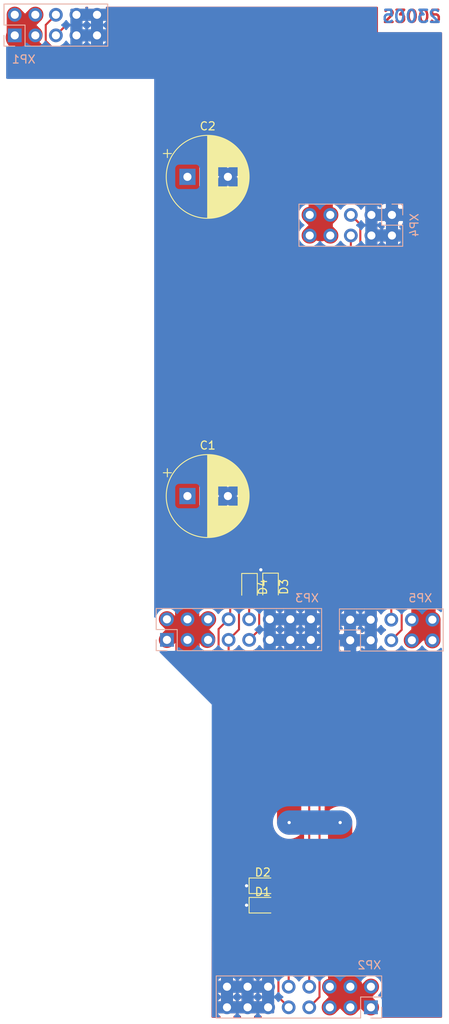
<source format=kicad_pcb>
(kicad_pcb (version 20211014) (generator pcbnew)

  (general
    (thickness 1.6)
  )

  (paper "A4")
  (layers
    (0 "F.Cu" signal)
    (31 "B.Cu" signal)
    (32 "B.Adhes" user "B.Adhesive")
    (33 "F.Adhes" user "F.Adhesive")
    (34 "B.Paste" user)
    (35 "F.Paste" user)
    (36 "B.SilkS" user "B.Silkscreen")
    (37 "F.SilkS" user "F.Silkscreen")
    (38 "B.Mask" user)
    (39 "F.Mask" user)
    (40 "Dwgs.User" user "User.Drawings")
    (41 "Cmts.User" user "User.Comments")
    (42 "Eco1.User" user "User.Eco1")
    (43 "Eco2.User" user "User.Eco2")
    (44 "Edge.Cuts" user)
    (45 "Margin" user)
    (46 "B.CrtYd" user "B.Courtyard")
    (47 "F.CrtYd" user "F.Courtyard")
    (48 "B.Fab" user)
    (49 "F.Fab" user)
  )

  (setup
    (stackup
      (layer "F.SilkS" (type "Top Silk Screen"))
      (layer "F.Paste" (type "Top Solder Paste"))
      (layer "F.Mask" (type "Top Solder Mask") (thickness 0.01))
      (layer "F.Cu" (type "copper") (thickness 0.035))
      (layer "dielectric 1" (type "core") (thickness 1.51) (material "FR4") (epsilon_r 4.5) (loss_tangent 0.02))
      (layer "B.Cu" (type "copper") (thickness 0.035))
      (layer "B.Mask" (type "Bottom Solder Mask") (thickness 0.01))
      (layer "B.Paste" (type "Bottom Solder Paste"))
      (layer "B.SilkS" (type "Bottom Silk Screen"))
      (copper_finish "None")
      (dielectric_constraints no)
    )
    (pad_to_mask_clearance 0)
    (pcbplotparams
      (layerselection 0x00010fc_ffffffff)
      (disableapertmacros false)
      (usegerberextensions false)
      (usegerberattributes true)
      (usegerberadvancedattributes true)
      (creategerberjobfile true)
      (svguseinch false)
      (svgprecision 6)
      (excludeedgelayer true)
      (plotframeref false)
      (viasonmask false)
      (mode 1)
      (useauxorigin false)
      (hpglpennumber 1)
      (hpglpenspeed 20)
      (hpglpendiameter 15.000000)
      (dxfpolygonmode true)
      (dxfimperialunits true)
      (dxfusepcbnewfont true)
      (psnegative false)
      (psa4output false)
      (plotreference true)
      (plotvalue true)
      (plotinvisibletext false)
      (sketchpadsonfab false)
      (subtractmaskfromsilk false)
      (outputformat 1)
      (mirror false)
      (drillshape 1)
      (scaleselection 1)
      (outputdirectory "")
    )
  )

  (net 0 "")
  (net 1 "GND")
  (net 2 "+24V")
  (net 3 "Net-(D1-Pad2)")
  (net 4 "Net-(D2-Pad2)")
  (net 5 "Net-(D3-Pad2)")
  (net 6 "Net-(D4-Pad2)")
  (net 7 "/canl")
  (net 8 "/canh")
  (net 9 "+3.3V")
  (net 10 "Net-(XP4-Pad5)")
  (net 11 "Net-(XP4-Pad6)")

  (footprint "Capacitor_THT:CP_Radial_D10.0mm_P5.00mm" (layer "F.Cu") (at 103.932323 106.6))

  (footprint "Capacitor_THT:CP_Radial_D10.0mm_P5.00mm" (layer "F.Cu") (at 103.932323 67.2))

  (footprint "LED_SMD:LED_0805_2012Metric" (layer "F.Cu") (at 113.2375 157.1))

  (footprint "LED_SMD:LED_0805_2012Metric" (layer "F.Cu") (at 113.2375 154.7))

  (footprint "LED_SMD:LED_0805_2012Metric" (layer "F.Cu") (at 114.2 117.8 -90))

  (footprint "LED_SMD:LED_0805_2012Metric" (layer "F.Cu") (at 111.6 117.8375 -90))

  (footprint "Connector_PinSocket_2.54mm:PinSocket_2x05_P2.54mm_Vertical" (layer "B.Cu") (at 82.6 49.74 -90))

  (footprint "Connector_PinHeader_2.54mm:PinHeader_2x08_P2.54mm_Vertical" (layer "B.Cu") (at 126.6 169.7 90))

  (footprint "Connector_PinSocket_2.54mm:PinSocket_2x08_P2.54mm_Vertical" (layer "B.Cu") (at 101.4 124.35 -90))

  (footprint "Connector_PinSocket_2.54mm:PinSocket_2x05_P2.54mm_Vertical" (layer "B.Cu") (at 124.04 124.4 -90))

  (footprint "Connector_PinSocket_2.54mm:PinSocket_2x05_P2.54mm_Vertical" (layer "B.Cu") (at 129.2 71.9 90))

  (gr_circle (center 92.8 49.7) (end 93.3 49.7) (layer "Dwgs.User") (width 0.25) (fill none) (tstamp 0325e387-48b2-4c12-a5a6-4ba62dd7803d))
  (gr_circle (center 90.26 49.7) (end 90.76 49.7) (layer "Dwgs.User") (width 0.25) (fill none) (tstamp 0a2cfc97-9dbf-4f5f-b0df-070e55ae7106))
  (gr_circle (center 116.62 124.3) (end 117.12 124.3) (layer "Dwgs.User") (width 0.2) (fill none) (tstamp 0a9d3a66-5dbc-4dd3-8cb9-b1c82a32adb2))
  (gr_circle (center 126.62 167.16) (end 127.12 167.16) (layer "Dwgs.User") (width 0.25) (fill none) (tstamp 0d2c9464-606c-4e47-8e7c-fd8bf7b9714e))
  (gr_circle (center 103.92 121.76) (end 104.42 121.76) (layer "Dwgs.User") (width 0.2) (fill none) (tstamp 0f134ee2-ca3f-46c5-8276-12590539fad1))
  (gr_circle (center 85.18 49.7) (end 85.68 49.7) (layer "Dwgs.User") (width 0.25) (fill none) (tstamp 104257f2-3e2c-4614-8807-7bf60b590ea2))
  (gr_circle (center 106.46 124.3) (end 106.96 124.3) (layer "Dwgs.User") (width 0.2) (fill none) (tstamp 15d7eba2-01c5-4b7f-b151-269c0afadb05))
  (gr_circle (center 119.14 121.86) (end 119.64 121.86) (layer "Dwgs.User") (width 0.25) (fill none) (tstamp 1b6cd3fe-fb3e-4275-bfc8-8f5a8f176ae7))
  (gr_circle (center 87.72 47.16) (end 88.22 47.16) (layer "Dwgs.User") (width 0.25) (fill none) (tstamp 1ba7772f-cb1b-4221-b1f3-60a71cbd89e3))
  (gr_circle (center 126.7 74.4) (end 127.2 74.4) (layer "Dwgs.User") (width 0.25) (fill none) (tstamp 22040173-ecb3-4928-b561-80574e19b0fd))
  (gr_circle (center 103.9 121.86) (end 104.4 121.86) (layer "Dwgs.User") (width 0.25) (fill none) (tstamp 25698e58-f634-4e54-a452-bf1b1698a800))
  (gr_circle (center 119.16 121.76) (end 119.659999 121.76) (layer "Dwgs.User") (width 0.2) (fill none) (tstamp 28a8ef7f-7450-42f8-8345-a48d5d97f9a9))
  (gr_circle (center 111.52 121.86) (end 112.02 121.86) (layer "Dwgs.User") (width 0.25) (fill none) (tstamp 29aee899-ef37-4a20-94ca-df78661b9c29))
  (gr_line (start 106.14 171.66) (end 136.14 171.66) (layer "Dwgs.User") (width 0.25) (tstamp 2aa8c429-1940-416f-b493-7f6074edf697))
  (gr_circle (center 119.14 124.4) (end 119.64 124.4) (layer "Dwgs.User") (width 0.25) (fill none) (tstamp 2e6beff7-9dbe-485e-a2ed-a0427c209b77))
  (gr_line (start 99.14 55.66) (end 99.14 125.66) (layer "Dwgs.User") (width 0.25) (tstamp 2e6d9e0d-a702-47a1-a65f-80596bb1d280))
  (gr_circle (center 87.72 49.7) (end 88.22 49.7) (layer "Dwgs.User") (width 0.25) (fill none) (tstamp 2f207b1d-e30d-4ec5-9b12-d37dd2ea197d))
  (gr_circle (center 106.44 121.86) (end 106.94 121.86) (layer "Dwgs.User") (width 0.25) (fill none) (tstamp 31c7ffe6-c00b-4b3d-86cb-bdb14d398f0e))
  (gr_circle (center 131.64 121.86) (end 132.14 121.86) (layer "Dwgs.User") (width 0.25) (fill none) (tstamp 33338b22-7ddd-48fe-bf1c-2b34923c7c8a))
  (gr_line (start 99.14 125.66) (end 106.14 132.66) (layer "Dwgs.User") (width 0.25) (tstamp 33f18b4a-164d-4050-a427-d33e8188f6be))
  (gr_circle (center 111.54 121.76) (end 112.039999 121.76) (layer "Dwgs.User") (width 0.2) (fill none) (tstamp 360e9534-6e59-4425-b2dd-0042d90fbae3))
  (gr_circle (center 109 124.3) (end 109.5 124.3) (layer "Dwgs.User") (width 0.2) (fill none) (tstamp 36f0c105-c383-453b-8ae2-c856aac07e79))
  (gr_circle (center 111.38 169.7) (end 111.88 169.7) (layer "Dwgs.User") (width 0.25) (fill none) (tstamp 38ee53dc-cbd4-4e5d-8a3d-04904b144b08))
  (gr_circle (center 114.08 124.3) (end 114.579999 124.3) (layer "Dwgs.User") (width 0.2) (fill none) (tstamp 56dc5d30-5cd3-4bd5-b37c-dddd360a4d45))
  (gr_circle (center 116.6 124.4) (end 117.1 124.4) (layer "Dwgs.User") (width 0.25) (fill none) (tstamp 56ec08b5-684c-4c3f-b885-94dcb8b50f04))
  (gr_line (start 136.14 45.66) (end 81.14 45.66) (layer "Dwgs.User") (width 0.25) (tstamp 5783a2ec-c491-4e2e-95d6-37071f5c9b1f))
  (gr_circle (center 113.92 167.16) (end 114.42 167.16) (layer "Dwgs.User") (width 0.25) (fill none) (tstamp 59006e1e-1bc0-49c9-b5cc-65d3c5dd2de5))
  (gr_circle (center 82.64 47.16) (end 83.14 47.16) (layer "Dwgs.User") (width 0.25) (fill none) (tstamp 598c8104-b79f-4a43-a90f-d2ae072e992d))
  (gr_circle (center 119.08 74.4) (end 119.58 74.4) (layer "Dwgs.User") (width 0.25) (fill none) (tstamp 5bee501b-208d-4ff1-be5d-bd390941b151))
  (gr_circle (center 126.7 71.86) (end 127.2 71.86) (layer "Dwgs.User") (width 0.25) (fill none) (tstamp 5beefc09-87a3-4290-8deb-ee3e998fe221))
  (gr_circle (center 116.6 121.86) (end 117.1 121.86) (layer "Dwgs.User") (width 0.25) (fill none) (tstamp 5df76018-a2ab-4240-8608-9a17f7de3926))
  (gr_circle (center 121.54 169.7) (end 122.04 169.7) (layer "Dwgs.User") (width 0.25) (fill none) (tstamp 5ef17184-b58b-4e92-a65a-d45bcd8bc1f2))
  (gr_circle (center 121.54 167.16) (end 122.04 167.16) (layer "Dwgs.User") (width 0.25) (fill none) (tstamp 5f7f362d-4489-4daf-befc-059803114cd7))
  (gr_circle (center 121.62 74.4) (end 122.12 74.4) (layer "Dwgs.User") (width 0.25) (fill none) (tstamp 618db049-b551-470f-8037-d0bfea213073))
  (gr_line (start 81.14 45.66) (end 81.14 55.66) (layer "Dwgs.User") (width 0.25) (tstamp 65013e88-4990-4414-9842-327578e8590b))
  (gr_circle (center 114.06 121.86) (end 114.56 121.86) (layer "Dwgs.User") (width 0.25) (fill none) (tstamp 6572eb7a-9f49-4d6f-83f4-5a3cf98f3c35))
  (gr_circle (center 126.56 121.86) (end 127.06 121.86) (layer "Dwgs.User") (width 0.25) (fill none) (tstamp 666fe6fd-7f48-4857-9733-0b7d8415d304))
  (gr_circle (center 85.18 47.16) (end 85.68 47.16) (layer "Dwgs.User") (width 0.25) (fill none) (tstamp 6d9ff430-0308-4545-b165-867fa4d7082e))
  (gr_circle (center 101.38 124.3) (end 101.88 124.3) (layer "Dwgs.User") (width 0.2) (fill none) (tstamp 6dd4ee32-7ef6-4e5c-969e-3fc07555731b))
  (gr_circle (center 126.62 169.7) (end 127.12 169.7) (layer "Dwgs.User") (width 0.25) (fill none) (tstamp 6e1440ad-00e9-458e-baff-f489a4eccfdb))
  (gr_circle (center 124.16 71.86) (end 124.66 71.86) (layer "Dwgs.User") (width 0.25) (fill none) (tstamp 6e4e5e4c-8ec1-44a8-8a78-7f560a4386df))
  (gr_circle (center 124.08 169.7) (end 124.58 169.7) (layer "Dwgs.User") (width 0.25) (fill none) (tstamp 71f9658e-efc3-409a-adae-17f396308ef5))
  (gr_line (start 106.14 132.66) (end 106.14 171.66) (layer "Dwgs.User") (width 0.25) (tstamp 727868d0-2fc2-4a40-8629-35b8791ee601))
  (gr_circle (center 111.38 167.16) (end 111.88 167.16) (layer "Dwgs.User") (width 0.25) (fill none) (tstamp 74ab0b5b-31e1-4e8b-9526-a74eccd58c09))
  (gr_circle (center 129.1 121.86) (end 129.6 121.86) (layer "Dwgs.User") (width 0.25) (fill none) (tstamp 74d9a6f1-51d5-429d-bddd-2041dd672424))
  (gr_circle (center 101.38 121.76) (end 101.879999 121.76) (layer "Dwgs.User") (width 0.2) (fill none) (tstamp 7b31bf00-7889-4349-86fb-7a66e5bb199f))
  (gr_circle (center 103.92 124.3) (end 104.419999 124.3) (layer "Dwgs.User") (width 0.2) (fill none) (tstamp 7f800045-8ae9-4dcc-841b-a2eea9667a2f))
  (gr_circle (center 116.46 167.16) (end 116.96 167.16) (layer "Dwgs.User") (width 0.25) (fill none) (tstamp 804a75dc-42c7-477b-9d56-a00ed3983082))
  (gr_circle (center 129.24 74.4) (end 129.74 74.4) (layer "Dwgs.User") (width 0.25) (fill none) (tstamp 804cd35c-6ef4-4f83-b63b-6c77253ceb5a))
  (gr_circle (center 113.92 169.7) (end 114.42 169.7) (layer "Dwgs.User") (width 0.25) (fill none) (tstamp 8c713d7d-db85-4786-9df5-fdee0d6fc5a1))
  (gr_circle (center 108.84 169.7) (end 109.34 169.7) (layer "Dwgs.User") (width 0.25) (fill none) (tstamp 924363bb-eb5b-451d-be8f-b5427d15cd7d))
  (gr_circle (center 119 169.7) (end 119.5 169.7) (layer "Dwgs.User") (width 0.25) (fill none) (tstamp 93ff7c2c-54d4-4050-9863-b850ff73a65e))
  (gr_line (start 81.14 55.66) (end 99.14 55.66) (layer "Dwgs.User") (width 0.25) (tstamp 94437182-f6bb-4ff4-987c-0e6f98d867a9))
  (gr_circle (center 108.84 167.16) (end 109.34 167.16) (layer "Dwgs.User") (width 0.25) (fill none) (tstamp 94f14939-00d4-46d4-bf2a-1de976927594))
  (gr_circle (center 119 167.16) (end 119.5 167.16) (layer "Dwgs.User") (width 0.25) (fill none) (tstamp 99619bd9-0606-4eb1-94aa-411a3e05f716))
  (gr_circle (center 124.02 124.4) (end 124.52 124.4) (layer "Dwgs.User") (width 0.25) (fill none) (tstamp 9a2a830e-8775-4039-ad3c-f15597f458c8))
  (gr_circle (center 90.26 47.16) (end 90.76 47.16) (layer "Dwgs.User") (width 0.25) (fill none) (tstamp 9e01519f-8a59-484f-9750-34cb03a17fce))
  (gr_circle (center 116.46 169.7) (end 116.96 169.7) (layer "Dwgs.User") (width 0.25) (fill none) (tstamp a3858ea8-62e8-4457-bc9c-797074144cc5))
  (gr_circle (center 108.98 124.4) (end 109.48 124.4) (layer "Dwgs.User") (width 0.25) (fill none) (tstamp a9bbba0f-252e-44ec-824a-d3d8ac6d01f9))
  (gr_circle (center 124.16 74.4) (end 124.66 74.4) (layer "Dwgs.User") (width 0.25) (fill none) (tstamp acbdd567-8e12-4d22-9a2f-0175e0e94906))
  (gr_circle (center 103.9 124.4) (end 104.4 124.4) (layer "Dwgs.User") (width 0.25) (fill none) (tstamp adbc819c-3247-4230-a1af-3c908fe9513f))
  (gr_circle (center 124.08 167.16) (end 124.58 167.16) (layer "Dwgs.User") (width 0.25) (fill none) (tstamp af236917-cc81-4950-b97e-43249b408b8f))
  (gr_circle (center 101.36 124.4) (end 101.86 124.4) (layer "Dwgs.User") (width 0.25) (fill none) (tstamp b0d236f4-b079-491c-a6f3-ba72559689f5))
  (gr_circle (center 111.52 124.4) (end 112.02 124.4) (layer "Dwgs.User") (width 0.25) (fill none) (tstamp b1bd8cba-d8b2-4d2a-a76a-6bfeec92edd3))
  (gr_line (start 136.14 171.66) (end 136.14 45.66) (layer "Dwgs.User") (width 0.25) (tstamp b3a2b48b-3442-4932-bba0-eb13937c964f))
  (gr_circle (center 134.18 124.4) (end 134.68 124.4) (layer "Dwgs.User") (width 0.25) (fill none) (tstamp b711e87c-f267-4e69-a99d-4b1d82295729))
  (gr_circle (center 106.46 121.76) (end 106.96 121.76) (layer "Dwgs.User") (width 0.2) (fill none) (tstamp bbe20010-1fed-43c9-b113-f00087f72a69))
  (gr_circle (center 119.08 71.86) (end 119.58 71.86) (layer "Dwgs.User") (width 0.25) (fill none) (tstamp bbfddc3e-fa67-4e53-b2ce-6b3a4cc7560d))
  (gr_circle (center 129.1 124.4) (end 129.6 124.4) (layer "Dwgs.User") (width 0.25) (fill none) (tstamp bea08540-9827-43f4-8154-9dd00b5ca3e3))
  (gr_circle (center 134.18 121.86) (end 134.68 121.86) (layer "Dwgs.User") (width 0.25) (fill none) (tstamp c155e7bb-2730-4076-9efa-2b3f9c468841))
  (gr_circle (center 82.64 49.7) (end 83.14 49.7) (layer "Dwgs.User") (width 0.25) (fill none) (tstamp c2c6eb69-1290-4c76-88da-fa4012e0df61))
  (gr_circle (center 109 121.76) (end 109.499999 121.76) (layer "Dwgs.User") (width 0.2) (fill none) (tstamp c432b723-3e73-4f6a-b8f9-6f57a2ecf479))
  (gr_circle (center 121.62 71.86) (end 122.12 71.86) (layer "Dwgs.User") (width 0.25) (fill none) (tstamp c5008a99-09ad-40fc-9207-40bfe17b98e2))
  (gr_circle (center 114.06 124.4) (end 114.56 124.4) (layer "Dwgs.User") (width 0.25) (fill none) (tstamp c74afbed-218b-43b9-8314-0025f9877b16))
  (gr_circle (center 114.08 121.76) (end 114.58 121.76) (layer "Dwgs.User") (width 0.2) (fill none) (tstamp c9511dd5-6fc9-4d8e-9685-319887515eb5))
  (gr_circle (center 131.64 124.4) (end 132.14 124.4) (layer "Dwgs.User") (width 0.25) (fill none) (tstamp cabc2927-81f5-4d7b-a51f-eea31bfcdea1))
  (gr_circle (center 108.98 121.86) (end 109.48 121.86) (layer "Dwgs.User") (width 0.25) (fill none) (tstamp d0fe9e9c-9f93-44d7-96d1-a4d2f7d20493))
  (gr_circle (center 126.56 124.4) (end 127.06 124.4) (layer "Dwgs.User") (width 0.25) (fill none) (tstamp d533fde9-a86b-42ee-b60f-62c222f14f15))
  (gr_circle (center 92.8 47.16) (end 93.3 47.16) (layer "Dwgs.User") (width 0.25) (fill none) (tstamp d8fd68a4-8108-4e77-a7fa-73ad8caa6f6e))
  (gr_circle (center 119.16 124.3) (end 119.66 124.3) (layer "Dwgs.User") (width 0.2) (fill none) (tstamp da8635db-7c4f-494f-8b29-602c069d8289))
  (gr_circle (center 101.36 121.86) (end 101.86 121.86) (layer "Dwgs.User") (width 0.25) (fill none) (tstamp dac89423-d5ac-4a7d-bf33-e70b1538b7eb))
  (gr_circle (center 106.44 124.4) (end 106.94 124.4) (layer "Dwgs.User") (width 0.25) (fill none) (tstamp dd8b0e11-bfdb-49a6-8e2f-6a051a2a6f67))
  (gr_circle (center 124.02 121.86) (end 124.52 121.86) (layer "Dwgs.User") (width 0.25) (fill none) (tstamp df3260b2-56cc-4279-ae0d-a5a730565b1f))
  (gr_circle (center 129.24 71.86) (end 129.74 71.86) (layer "Dwgs.User") (width 0.25) (fill none) (tstamp e1923300-8b6e-4cb8-bd81-2301ff48a86c))
  (gr_circle (center 116.62 121.76) (end 117.12 121.76) (layer "Dwgs.User") (width 0.2) (fill none) (tstamp e97154f7-acbb-4df1-a94a-cecc2e4b026d))
  (gr_circle (center 111.54 124.3) (end 112.039999 124.3) (layer "Dwgs.User") (width 0.2) (fill none) (tstamp fca0352d-a1ff-4192-9350-34164850b117))
  (gr_text "23005" (at 131.7 47.4) (layer "F.Cu") (tstamp bc1518c6-84ca-4742-9fc6-5eaf35f0954e)
    (effects (font (size 1.5 1.5) (thickness 0.3)))
  )
  (gr_text "23005" (at 131.6 47.4) (layer "B.Cu") (tstamp 3a1e5a07-6498-4eea-a219-0456456882a2)
    (effects (font (size 1.5 1.5) (thickness 0.3)) (justify mirror))
  )

  (segment (start 112.3 154.7) (end 111.2375 154.7) (width 0.25) (layer "F.Cu") (net 1) (tstamp 279cb6fd-f029-46cc-a8ad-ab2014227f08))
  (segment (start 111.2375 157.1) (end 112.3 157.1) (width 0.25) (layer "F.Cu") (net 1) (tstamp 2850f108-0947-4e23-a656-9ff481c6b8fc))
  (segment (start 114.1625 116.8625) (end 113 115.7) (width 0.25) (layer "F.Cu") (net 1) (tstamp 7d6ddcd8-638d-424c-9a89-9bf5e1e9c53b))
  (segment (start 111.6 116.9) (end 111.8 116.9) (width 0.25) (layer "F.Cu") (net 1) (tstamp 7ee4608e-57ae-4a8f-ab90-29b088d51f2d))
  (segment (start 111.8 116.9) (end 113 115.7) (width 0.25) (layer "F.Cu") (net 1) (tstamp 991f514d-a2aa-460d-b622-fa8f3d8afa9e))
  (segment (start 114.2 116.8625) (end 114.1625 116.8625) (width 0.25) (layer "F.Cu") (net 1) (tstamp e0efcf91-1ed7-41a8-bdfe-ac7a05430ce7))
  (via (at 113 115.7) (size 0.8) (drill 0.4) (layers "F.Cu" "B.Cu") (net 1) (tstamp 25801c8b-d2bd-44f2-b54e-4446129ff337))
  (via (at 111.2375 154.7) (size 0.8) (drill 0.4) (layers "F.Cu" "B.Cu") (net 1) (tstamp 802e0fd7-c7c6-42d0-ac37-c465f9eae9b2))
  (via (at 111.2375 157.1) (size 0.8) (drill 0.4) (layers "F.Cu" "B.Cu") (net 1) (tstamp f88b43d9-35a8-45c5-954d-12b8423b3992))
  (segment (start 111.2375 154.7) (end 111.2375 157.1) (width 0.25) (layer "B.Cu") (net 1) (tstamp f9af1331-c6dc-4191-a345-884129cee60e))
  (segment (start 103.94 121.81) (end 106.375 124.245) (width 2) (layer "F.Cu") (net 2) (tstamp 05767bc5-572b-4a91-989a-8651a78451d2))
  (segment (start 106.375 124.245) (end 106.375 124.35) (width 2) (layer "F.Cu") (net 2) (tstamp 15785e80-4a90-4fc8-b562-32baf4b458e0))
  (segment (start 101.4 121.81) (end 103.94 124.35) (width 2) (layer "F.Cu") (net 2) (tstamp 1b2382d6-2ae5-4257-bc8a-c50125f29bb5))
  (segment (start 126.6 169.7) (end 124.06 167.16) (width 2) (layer "F.Cu") (net 2) (tstamp 3e528f03-afa8-4137-848a-559a1da71d5d))
  (segment (start 82.97906 50) (end 86.47906 53.5) (width 3) (layer "F.Cu") (net 2) (tstamp 47cde5c3-fccd-4978-80ca-01b804f3dccc))
  (segment (start 101.172 53.5) (end 103.9 56.228) (width 3) (layer "F.Cu") (net 2) (tstamp 481901bc-536e-4a80-bc8f-d56fac67864c))
  (segment (start 122.8 146.9) (end 122.8 165.9) (width 3) (layer "F.Cu") (net 2) (tstamp 66dde740-c510-4d7a-ba47-c1ed34890105))
  (segment (start 121.575 167.215) (end 121.575 167.16) (width 2) (layer "F.Cu") (net 2) (tstamp 6acce661-b093-477b-b949-d915a2dab952))
  (segment (start 85.14 47.2) (end 82.6 49.74) (width 2) (layer "F.Cu") (net 2) (tstamp 7d01acf4-fb4f-4d70-9463-a827fcea3b7f))
  (segment (start 103.9 121.77) (end 103.94 121.81) (width 2) (layer "F.Cu") (net 2) (tstamp 800f605a-0671-4598-8a65-d5d9d6f6318a))
  (segment (start 106.48 121.81) (end 103.94 124.35) (width 2) (layer "F.Cu") (net 2) (tstamp 80ad167b-5d13-4919-a121-b85ad43b76a9))
  (segment (start 82.6 47.2) (end 85.035 49.635) (width 2) (layer "F.Cu") (net 2) (tstamp 885fce71-1b39-45e5-8009-e53c182c98eb))
  (segment (start 122.8 165.9) (end 124.06 167.16) (width 3) (layer "F.Cu") (net 2) (tstamp 94014aab-40bc-4f7e-9ea9-a9b8d7182ca7))
  (segment (start 116.5 146.9) (end 116.5 138.5) (width 3) (layer "F.Cu") (net 2) (tstamp 981f5b22-1853-4049-9679-54ecc530f568))
  (segment (start 86.47906 53.5) (end 101.172 53.5) (width 3) (layer "F.Cu") (net 2) (tstamp a1ecfe87-8fb8-48ff-84f1-e192dad70235))
  (segment (start 82.6 49.74) (end 82.6 50) (width 2) (layer "F.Cu") (net 2) (tstamp a2a2f275-dcea-40fb-bfcf-5ab17a348877))
  (segment (start 103.94 125.94) (end 103.94 124.35) (width 3) (layer "F.Cu") (net 2) (tstamp af23a750-a376-4514-b70d-c10ab2611884))
  (segment (start 116.5 138.5) (end 103.94 125.94) (width 3) (layer "F.Cu") (net 2) (tstamp cf03d743-7965-4d8e-818b-66ca99ae10b8))
  (segment (start 124.06 169.7) (end 121.575 167.215) (width 2) (layer "F.Cu") (net 2) (tstamp d7b6966b-7fba-4a95-b056-a2b66eb0a2ad))
  (segment (start 85.035 49.635) (end 85.035 49.74) (width 2) (layer "F.Cu") (net 2) (tstamp e1decdcc-977d-4511-ae8a-00d931d0fb4c))
  (segment (start 124.06 169.7) (end 126.6 167.16) (width 2) (layer "F.Cu") (net 2) (tstamp e3ff4781-81bd-453a-994f-648e6c192b6c))
  (segment (start 103.9 56.228) (end 103.9 121.77) (width 3) (layer "F.Cu") (net 2) (tstamp e45c94a5-8830-483f-b0f2-a96841ffe61e))
  (segment (start 103.94 121.81) (end 101.4 124.35) (width 2) (layer "F.Cu") (net 2) (tstamp e9f181e2-eef0-4f90-9ac4-0507f44db126))
  (segment (start 121.52 169.7) (end 124.06 167.16) (width 2) (layer "F.Cu") (net 2) (tstamp f819010b-549b-4490-997c-facec928b4ab))
  (segment (start 82.6 47.2) (end 82.6 49.74) (width 2) (layer "F.Cu") (net 2) (tstamp fee6c980-379a-4650-a863-c162e391f683))
  (via (at 122.8 146.9) (size 0.8) (drill 0.4) (layers "F.Cu" "B.Cu") (net 2) (tstamp f2f3d861-7932-482d-b755-ed7b1370237a))
  (via (at 116.5 146.9) (size 0.8) (drill 0.4) (layers "F.Cu" "B.Cu") (net 2) (tstamp f4c0a9f4-9bbc-4f2d-aae9-dc286683388d))
  (segment (start 116.5 146.9) (end 122.8 146.9) (width 3) (layer "B.Cu") (net 2) (tstamp 522dab0e-0249-4714-abaa-d179848ae4f3))
  (segment (start 116.44 169.7) (end 115.175 168.435) (width 0.25) (layer "F.Cu") (net 3) (tstamp 1c4a8677-05dc-43fa-8d4e-7d1150836852))
  (segment (start 115.175 158.1) (end 114.175 157.1) (width 0.25) (layer "F.Cu") (net 3) (tstamp 40478c8a-950a-4acf-8dc2-faacbdc67f34))
  (segment (start 115.175 168.435) (end 115.175 158.1) (width 0.25) (layer "F.Cu") (net 3) (tstamp 6aed0f32-1e6b-4cc9-9d93-873426f10125))
  (segment (start 116.44 167.16) (end 116.44 156.965) (width 0.25) (layer "F.Cu") (net 4) (tstamp 504f72c0-50af-4194-9192-945012562354))
  (segment (start 116.44 156.965) (end 114.175 154.7) (width 0.25) (layer "F.Cu") (net 4) (tstamp c2f789fc-ebe2-4105-aa06-3b0fd0aea311))
  (segment (start 112.1 124.89) (end 111.56 124.35) (width 0.25) (layer "F.Cu") (net 5) (tstamp 6274d99c-014e-4405-91c4-efa606d0798c))
  (segment (start 112.8 123.11) (end 112.8 120.1375) (width 0.25) (layer "F.Cu") (net 5) (tstamp 7c3f8d27-f3b2-4f22-a9ae-3e03cbe20041))
  (segment (start 111.56 124.35) (end 112.8 123.11) (width 0.25) (layer "F.Cu") (net 5) (tstamp 92b82148-038c-4bc0-bf9b-9e965731da90))
  (segment (start 112.8 120.1375) (end 114.2 118.7375) (width 0.25) (layer "F.Cu") (net 5) (tstamp f451efae-6418-494e-af00-b4d9ce533c6e))
  (segment (start 111.56 118.815) (end 111.6 118.775) (width 0.25) (layer "F.Cu") (net 6) (tstamp 83e20ac3-7ae6-489e-bb0e-774cd89c3921))
  (segment (start 111.56 121.81) (end 111.56 118.815) (width 0.25) (layer "F.Cu") (net 6) (tstamp d6c08b57-8b0b-45dc-8f17-3778fc1dabb3))
  (segment (start 105.756 51.4) (end 87.4 51.4) (width 0.25) (layer "F.Cu") (net 7) (tstamp 03025fb2-a5f8-46d8-912e-98981e82ef6e))
  (segment (start 118.98 137.38) (end 107.78 126.18) (width 0.25) (layer "F.Cu") (net 7) (tstamp 0441341c-92a4-41f8-973d-85d7182603db))
  (segment (start 118.98 167.16) (end 118.98 137.38) (width 0.25) (layer "F.Cu") (net 7) (tstamp 1d80076a-3421-47c4-9294-de3cd4a9b20f))
  (segment (start 111.8 112.233) (end 111.8 57.444) (width 0.25) (layer "F.Cu") (net 7) (tstamp 3fadd96c-1562-4569-bafd-8192dcd52821))
  (segment (start 86.425 50.425) (end 86.425 48.455) (width 0.25) (layer "F.Cu") (net 7) (tstamp 489200a6-d04e-40c4-9b9e-f329d516d53f))
  (segment (start 86.425 48.455) (end 87.68 47.2) (width 0.25) (layer "F.Cu") (net 7) (tstamp 60a81c18-e37a-4599-8b6d-08691b27a615))
  (segment (start 109.22 114.813) (end 111.8 112.233) (width 0.25) (layer "F.Cu") (net 7) (tstamp 635f6069-90d7-4104-93e0-4e73768d96f6))
  (segment (start 111.8 57.444) (end 105.756 51.4) (width 0.25) (layer "F.Cu") (net 7) (tstamp 74734898-be33-466a-ad3a-65381f544afd))
  (segment (start 87.4 51.4) (end 86.425 50.425) (width 0.25) (layer "F.Cu") (net 7) (tstamp 8a1a1431-a527-4d98-9017-3259bd096105))
  (segment (start 109.02 121.48) (end 109.22 121.28) (width 0.25) (layer "F.Cu") (net 7) (tstamp 8a40b7b1-cec7-4005-a471-c2cacc093d56))
  (segment (start 107.78 126.18) (end 107.78 123.02) (width 0.25) (layer "F.Cu") (net 7) (tstamp c74e23c0-cdf0-49ba-8647-2ad9d119e0a7))
  (segment (start 109.22 121.28) (end 109.22 114.813) (width 0.25) (layer "F.Cu") (net 7) (tstamp cc7b7e2b-8573-45fb-9eab-50668c62ae97))
  (segment (start 107.78 123.02) (end 108.92 121.88) (width 0.25) (layer "F.Cu") (net 7) (tstamp e049f1e2-8c84-4ae2-85a8-b51206010fc8))
  (segment (start 109.02 121.81) (end 109.02 121.48) (width 0.25) (layer "F.Cu") (net 7) (tstamp f2cb887b-4819-4f44-ba2a-9efcfe1c7513))
  (segment (start 113.03 112.506411) (end 113.03 56.896) (width 0.25) (layer "F.Cu") (net 8) (tstamp 06ccedf3-2393-4726-a756-1ce10dd2402b))
  (segment (start 109.02 124.35) (end 110.3 123.07) (width 0.25) (layer "F.Cu") (net 8) (tstamp 65e7b437-95f4-4456-8411-3dab3325640d))
  (segment (start 120.25 168.43) (end 120.25 137.15) (width 0.25) (layer "F.Cu") (net 8) (tstamp 7d044235-cd6f-4b92-b362-0c0772bfe379))
  (segment (start 88.92 48.5) (end 87.68 49.74) (width 0.25) (layer "F.Cu") (net 8) (tstamp 97f6f7a5-43bb-43c3-a595-a04178bf7901))
  (segment (start 113.03 56.896) (end 104.634 48.5) (width 0.25) (layer "F.Cu") (net 8) (tstamp a2a6b36e-44d6-4c16-bf0f-01899e5d6f2e))
  (segment (start 104.634 48.5) (end 88.92 48.5) (width 0.25) (layer "F.Cu") (net 8) (tstamp a338813a-6043-4e27-9b58-06a4f413d3dc))
  (segment (start 110.3 115.236411) (end 113.03 112.506411) (width 0.25) (layer "F.Cu") (net 8) (tstamp a99e5519-32db-426f-b8a6-e782971c3332))
  (segment (start 110.3 123.07) (end 110.3 115.236411) (width 0.25) (layer "F.Cu") (net 8) (tstamp acf0859c-7c39-4e27-976b-b806cbd432fe))
  (segment (start 118.98 169.7) (end 120.25 168.43) (width 0.25) (layer "F.Cu") (net 8) (tstamp cd97347d-80b3-4ca6-a7cc-eeed7d993d6a))
  (segment (start 120.25 137.15) (end 109.02 125.92) (width 0.25) (layer "F.Cu") (net 8) (tstamp dff80ccc-1f3e-4aef-a1a5-18372b566991))
  (segment (start 109.02 125.92) (end 109.02 124.35) (width 0.25) (layer "F.Cu") (net 8) (tstamp ecc532e9-49e2-4d0b-9589-a24a60253ec3))
  (segment (start 134.2 124.4) (end 134.2 121.86) (width 2) (layer "F.Cu") (net 9) (tstamp 087502a9-3777-4cf6-8e7c-2fed04529ad4))
  (segment (start 121.58 74.44) (end 119.04 71.9) (width 2) (layer "F.Cu") (net 9) (tstamp 46fd7b95-4b1f-44c0-a653-d4f383df66dc))
  (segment (start 133.096 122.936) (end 133.096 69.596) (width 3) (layer "F.Cu") (net 9) (tstamp 5afbe7bd-d0b1-4484-b2a1-9199d8274514))
  (segment (start 133.096 69.596) (end 130.81 67.31) (width 3) (layer "F.Cu") (net 9) (tstamp 7f10c8e4-7cab-44f2-b39b-d6bb537a30af))
  (segment (start 130.81 67.31) (end 122.682 67.31) (width 3) (layer "F.Cu") (net 9) (tstamp 8595c5d4-d097-45a0-904c-ebb870dc4ff7))
  (segment (start 121.58 71.9) (end 119.04 74.44) (width 2) (layer "F.Cu") (net 9) (tstamp 9153aba8-d8c0-41d8-a86f-c3d5ba0fcb9c))
  (segment (start 131.66 124.4) (end 134.2 121.86) (width 2) (layer "F.Cu") (net 9) (tstamp 98e8e4be-33c2-476f-938d-44b4a409e693))
  (segment (start 120.396 69.596) (end 120.396 73.66) (width 3) (layer "F.Cu") (net 9) (tstamp cdafb823-01c5-4b05-b282-70c09a8f0b27))
  (segment (start 122.682 67.31) (end 120.396 69.596) (width 3) (layer "F.Cu") (net 9) (tstamp e3a7cc3e-8d53-494c-98a4-7c0a900b4dc8))
  (segment (start 125.295 73.075) (end 124.12 71.9) (width 0.25) (layer "F.Cu") (net 10) (tstamp 0386e6da-830e-4a05-9e0d-1e138cdb6c01))
  (segment (start 129.12 124.4) (end 130.4 123.12) (width 0.25) (layer "F.Cu") (net 10) (tstamp 040c7bd1-4d32-4d3b-92d2-af135341b0ed))
  (segment (start 125.295 78.695) (end 125.295 73.075) (width 0.25) (layer "F.Cu") (net 10) (tstamp 46d7fbdd-384f-412c-936c-2476181201c8))
  (segment (start 130.4 83.8) (end 125.295 78.695) (width 0.25) (layer "F.Cu") (net 10) (tstamp b9da53fd-b271-476c-a7c2-2ebae8b5f022))
  (segment (start 130.4 123.12) (end 130.4 83.8) (width 0.25) (layer "F.Cu") (net 10) (tstamp f32932f1-60e2-4c7a-a2fb-6c435e74be77))
  (segment (start 129.12 84.02) (end 124.1 79) (width 0.25) (layer "F.Cu") (net 11) (tstamp 578dab99-3fd9-4327-8388-a1b4b8e6dc98))
  (segment (start 124.12 78.98) (end 124.12 74.44) (width 0.25) (layer "F.Cu") (net 11) (tstamp 9794a4f4-8767-4ae3-959a-3e94042e0564))
  (segment (start 124.1 79) (end 124.12 78.98) (width 0.25) (layer "F.Cu") (net 11) (tstamp 9d774328-977b-42c5-9f2a-f288dbbc64f5))
  (segment (start 129.12 121.86) (end 129.12 84.02) (width 0.25) (layer "F.Cu") (net 11) (tstamp b69e3c80-3783-41a6-b122-2cdb988fa123))

  (zone (net 1) (net_name "GND") (layer "F.Cu") (tstamp 7c797c30-0996-4312-a924-7b8eeb0a5d91) (hatch edge 0.508)
    (connect_pads (clearance 0.508))
    (min_thickness 0.254) (filled_areas_thickness no)
    (fill yes (thermal_gap 0.508) (thermal_bridge_width 1.5))
    (polygon
      (pts
        (xy 135.4 171)
        (xy 106.9 171)
        (xy 107 132.3)
        (xy 99.8 125.1)
        (xy 99.9 55.1)
        (xy 81.6 55.1)
        (xy 81.6 46.2)
        (xy 135.4 46.2)
      )
    )
    (filled_polygon
      (layer "F.Cu")
      (pts
        (xy 91.62784 46.220002)
        (xy 91.674333 46.273658)
        (xy 91.684437 46.343932)
        (xy 91.663808 46.397004)
        (xy 91.637865 46.435036)
        (xy 91.633653 46.448046)
        (xy 91.642076 46.45)
        (xy 93.874173 46.45)
        (xy 93.887683 46.446033)
        (xy 93.884876 46.438542)
        (xy 93.856345 46.394439)
        (xy 93.836138 46.326379)
        (xy 93.855934 46.258199)
        (xy 93.90945 46.211544)
        (xy 93.962137 46.2)
        (xy 127.344072 46.2)
        (xy 127.412193 46.220002)
        (xy 127.458686 46.273658)
        (xy 127.470072 46.326)
        (xy 127.470072 49.341)
        (xy 135.274 49.341)
        (xy 135.342121 49.361002)
        (xy 135.388614 49.414658)
        (xy 135.4 49.467)
        (xy 135.4 120.625563)
        (xy 135.379998 120.693684)
        (xy 135.326342 120.740177)
        (xy 135.256068 120.750281)
        (xy 135.195736 120.724309)
        (xy 135.157096 120.693684)
        (xy 135.152236 120.689832)
        (xy 135.111274 120.631844)
        (xy 135.1045 120.591086)
        (xy 135.1045 69.65189)
        (xy 135.104673 69.645296)
        (xy 135.108868 69.565259)
        (xy 135.108868 69.565253)
        (xy 135.109098 69.560862)
        (xy 135.098479 69.439486)
        (xy 135.098307 69.437293)
        (xy 135.090118 69.320173)
        (xy 135.090117 69.320167)
        (xy 135.089811 69.315788)
        (xy 135.087753 69.306107)
        (xy 135.085481 69.2909)
        (xy 135.085002 69.285425)
        (xy 135.085 69.285412)
        (xy 135.084617 69.281034)
        (xy 135.083628 69.276748)
        (xy 135.057207 69.162305)
        (xy 135.056732 69.16016)
        (xy 135.032325 69.045337)
        (xy 135.032323 69.04533)
        (xy 135.031409 69.04103)
        (xy 135.02802 69.031719)
        (xy 135.023655 69.016981)
        (xy 135.021428 69.007337)
        (xy 134.977769 68.8936)
        (xy 134.97701 68.891569)
        (xy 134.936846 68.781218)
        (xy 134.936842 68.781209)
        (xy 134.935337 68.777074)
        (xy 134.930691 68.768336)
        (xy 134.924317 68.754348)
        (xy 134.922346 68.749214)
        (xy 134.922341 68.749202)
        (xy 134.920765 68.745098)
        (xy 134.861664 68.638479)
        (xy 134.860652 68.636612)
        (xy 134.80553 68.532942)
        (xy 134.805524 68.532933)
        (xy 134.803464 68.529058)
        (xy 134.800879 68.525501)
        (xy 134.800876 68.525495)
        (xy 134.797645 68.521047)
        (xy 134.789379 68.508073)
        (xy 134.784583 68.499421)
        (xy 134.711289 68.402156)
        (xy 134.709991 68.400402)
        (xy 134.700978 68.387996)
        (xy 134.638358 68.301808)
        (xy 134.631475 68.29468)
        (xy 134.62149 68.282988)
        (xy 134.618188 68.278607)
        (xy 134.618187 68.278606)
        (xy 134.615536 68.275088)
        (xy 134.52946 68.189012)
        (xy 134.527918 68.187444)
        (xy 134.482851 68.140776)
        (xy 134.443231 68.099748)
        (xy 134.435422 68.093647)
        (xy 134.4239 68.083452)
        (xy 132.269765 65.929317)
        (xy 132.265224 65.924533)
        (xy 132.211566 65.86494)
        (xy 132.208629 65.861678)
        (xy 132.115295 65.78336)
        (xy 132.113642 65.781949)
        (xy 132.105102 65.774525)
        (xy 132.021697 65.702023)
        (xy 132.018011 65.699629)
        (xy 132.018004 65.699624)
        (xy 132.013397 65.696632)
        (xy 132.001039 65.687488)
        (xy 131.996826 65.683953)
        (xy 131.996819 65.683948)
        (xy 131.99345 65.681121)
        (xy 131.890162 65.61658)
        (xy 131.888306 65.615398)
        (xy 131.789809 65.551433)
        (xy 131.786118 65.549036)
        (xy 131.782123 65.547173)
        (xy 131.777143 65.54485)
        (xy 131.763637 65.537518)
        (xy 131.758968 65.534601)
        (xy 131.755236 65.532269)
        (xy 131.751224 65.530483)
        (xy 131.751217 65.530479)
        (xy 131.643968 65.482729)
        (xy 131.641967 65.481817)
        (xy 131.535525 65.432182)
        (xy 131.535522 65.432181)
        (xy 131.53154 65.430324)
        (xy 131.527177 65.42899)
        (xy 131.524658 65.42822)
        (xy 131.52207 65.427429)
        (xy 131.507663 65.422042)
        (xy 131.50265 65.41981)
        (xy 131.502649 65.41981)
        (xy 131.498625 65.418018)
        (xy 131.381505 65.384435)
        (xy 131.379417 65.383817)
        (xy 131.262917 65.348199)
        (xy 131.253135 65.34665)
        (xy 131.238119 65.34332)
        (xy 131.232843 65.341807)
        (xy 131.232844 65.341807)
        (xy 131.22861 65.340593)
        (xy 131.224257 65.339981)
        (xy 131.224251 65.33998)
        (xy 131.108022 65.323646)
        (xy 131.105845 65.323321)
        (xy 130.989824 65.304944)
        (xy 130.989823 65.304944)
        (xy 130.98548 65.304256)
        (xy 130.981084 65.304179)
        (xy 130.98108 65.304179)
        (xy 130.97557 65.304083)
        (xy 130.96024 65.302876)
        (xy 130.950448 65.3015)
        (xy 130.828688 65.3015)
        (xy 130.826489 65.301481)
        (xy 130.704626 65.299354)
        (xy 130.70027 65.299889)
        (xy 130.700267 65.299889)
        (xy 130.694796 65.300561)
        (xy 130.67944 65.3015)
        (xy 122.73789 65.3015)
        (xy 122.731296 65.301327)
        (xy 122.651259 65.297132)
        (xy 122.651253 65.297132)
        (xy 122.646862 65.296902)
        (xy 122.642485 65.297285)
        (xy 122.642481 65.297285)
        (xy 122.525486 65.307521)
        (xy 122.523293 65.307693)
        (xy 122.406173 65.315882)
        (xy 122.406167 65.315883)
        (xy 122.401788 65.316189)
        (xy 122.392107 65.318247)
        (xy 122.3769 65.320519)
        (xy 122.371425 65.320998)
        (xy 122.371412 65.321)
        (xy 122.367034 65.321383)
        (xy 122.362755 65.322371)
        (xy 122.362748 65.322372)
        (xy 122.248305 65.348793)
        (xy 122.24616 65.349268)
        (xy 122.131337 65.373675)
        (xy 122.13133 65.373677)
        (xy 122.12703 65.374591)
        (xy 122.117719 65.37798)
        (xy 122.102981 65.382345)
        (xy 122.093337 65.384572)
        (xy 121.9796 65.428231)
        (xy 121.977569 65.42899)
        (xy 121.867218 65.469154)
        (xy 121.867209 65.469158)
        (xy 121.863074 65.470663)
        (xy 121.854338 65.475308)
        (xy 121.840348 65.481683)
        (xy 121.835214 65.483654)
        (xy 121.835202 65.483659)
        (xy 121.831098 65.485235)
        (xy 121.724479 65.544336)
        (xy 121.722612 65.545348)
        (xy 121.618942 65.60047)
        (xy 121.618933 65.600476)
        (xy 121.615058 65.602536)
        (xy 121.611501 65.605121)
        (xy 121.611495 65.605124)
        (xy 121.607047 65.608355)
        (xy 121.594074 65.61662)
        (xy 121.585421 65.621417)
        (xy 121.491173 65.692437)
        (xy 121.488169 65.694701)
        (xy 121.486415 65.695999)
        (xy 121.471116 65.707115)
        (xy 121.42054 65.743861)
        (xy 121.387808 65.767642)
        (xy 121.381847 65.773398)
        (xy 121.38068 65.774525)
        (xy 121.368988 65.78451)
        (xy 121.364607 65.787812)
        (xy 121.361088 65.790464)
        (xy 121.275012 65.87654)
        (xy 121.273444 65.878082)
        (xy 121.185748 65.962769)
        (xy 121.179685 65.97053)
        (xy 121.179647 65.970578)
        (xy 121.169452 65.9821)
        (xy 119.015317 68.136235)
        (xy 119.010533 68.140776)
        (xy 118.947678 68.197371)
        (xy 118.89021 68.265858)
        (xy 118.869376 68.290687)
        (xy 118.867965 68.292339)
        (xy 118.788023 68.384303)
        (xy 118.785629 68.387989)
        (xy 118.785624 68.387996)
        (xy 118.782632 68.392603)
        (xy 118.773488 68.404961)
        (xy 118.769953 68.409174)
        (xy 118.769948 68.409181)
        (xy 118.767121 68.41255)
        (xy 118.764787 68.416286)
        (xy 118.70258 68.515838)
        (xy 118.701399 68.517693)
        (xy 118.635036 68.619882)
        (xy 118.633173 68.623876)
        (xy 118.633173 68.623877)
        (xy 118.63085 68.628857)
        (xy 118.623518 68.642363)
        (xy 118.618269 68.650764)
        (xy 118.616483 68.654776)
        (xy 118.616479 68.654783)
        (xy 118.568729 68.762032)
        (xy 118.567817 68.764033)
        (xy 118.559804 68.781218)
        (xy 118.516324 68.87446)
        (xy 118.515039 68.878662)
        (xy 118.515039 68.878663)
        (xy 118.51343 68.883927)
        (xy 118.508042 68.898337)
        (xy 118.504018 68.907375)
        (xy 118.502803 68.911613)
        (xy 118.470435 69.024495)
        (xy 118.469817 69.026583)
        (xy 118.434199 69.143083)
        (xy 118.43265 69.152865)
        (xy 118.42932 69.167879)
        (xy 118.426593 69.17739)
        (xy 118.425981 69.181743)
        (xy 118.42598 69.181749)
        (xy 118.409646 69.297978)
        (xy 118.409321 69.300154)
        (xy 118.390256 69.42052)
        (xy 118.390179 69.424916)
        (xy 118.390179 69.42492)
        (xy 118.390083 69.43043)
        (xy 118.388876 69.44576)
        (xy 118.3875 69.455552)
        (xy 118.3875 69.577312)
        (xy 118.387481 69.57951)
        (xy 118.385354 69.701374)
        (xy 118.385889 69.70573)
        (xy 118.385889 69.705733)
        (xy 118.386561 69.711204)
        (xy 118.3875 69.72656)
        (xy 118.3875 70.457671)
        (xy 118.367498 70.525792)
        (xy 118.321818 70.568295)
        (xy 118.320162 70.569198)
        (xy 118.315544 70.571254)
        (xy 118.112422 70.704174)
        (xy 117.933164 70.867858)
        (xy 117.857423 70.963419)
        (xy 117.785527 71.054129)
        (xy 117.785523 71.054135)
        (xy 117.782382 71.058098)
        (xy 117.734298 71.144135)
        (xy 117.671868 71.25584)
        (xy 117.663955 71.269998)
        (xy 117.662224 71.274755)
        (xy 117.594544 71.460702)
        (xy 117.58093 71.498105)
        (xy 117.535444 71.736553)
        (xy 117.528666 71.979205)
        (xy 117.560771 72.21982)
        (xy 117.630933 72.452208)
        (xy 117.737346 72.670388)
        (xy 117.76504 72.709646)
        (xy 117.865708 72.852351)
        (xy 117.877274 72.868747)
        (xy 117.896909 72.89025)
        (xy 118.087564 73.080905)
        (xy 118.12159 73.143217)
        (xy 118.116525 73.214032)
        (xy 118.087564 73.259095)
        (xy 117.930195 73.416464)
        (xy 117.928569 73.418374)
        (xy 117.928563 73.418381)
        (xy 117.886055 73.468328)
        (xy 117.81253 73.55472)
        (xy 117.686779 73.762358)
        (xy 117.595845 73.987429)
        (xy 117.542065 74.224144)
        (xy 117.526822 74.466413)
        (xy 117.550511 74.708002)
        (xy 117.612519 74.942696)
        (xy 117.711254 75.164456)
        (xy 117.844174 75.367578)
        (xy 118.007858 75.546836)
        (xy 118.083581 75.606853)
        (xy 118.194129 75.694473)
        (xy 118.194135 75.694477)
        (xy 118.198098 75.697618)
        (xy 118.282644 75.744869)
        (xy 118.369158 75.79322)
        (xy 118.409998 75.816045)
        (xy 118.504749 75.850532)
        (xy 118.633348 75.897339)
        (xy 118.633353 75.89734)
        (xy 118.638105 75.89907)
        (xy 118.643074 75.900018)
        (xy 118.643078 75.900019)
        (xy 118.835973 75.936815)
        (xy 118.876553 75.944556)
        (xy 119.032051 75.9489)
        (xy 119.11415 75.951193)
        (xy 119.114153 75.951193)
        (xy 119.119205 75.951334)
        (xy 119.124218 75.950665)
        (xy 119.12422 75.950665)
        (xy 119.354806 75.919898)
        (xy 119.35982 75.919229)
        (xy 119.364661 75.917767)
        (xy 119.364663 75.917767)
        (xy 119.587357 75.850532)
        (xy 119.587361 75.85053)
        (xy 119.592208 75.849067)
        (xy 119.810388 75.742654)
        (xy 119.929444 75.658669)
        (xy 119.996639 75.635746)
        (xy 120.032553 75.639371)
        (xy 120.039571 75.64112)
        (xy 120.046376 75.642817)
        (xy 120.050744 75.643276)
        (xy 120.050749 75.643277)
        (xy 120.321364 75.671719)
        (xy 120.321367 75.671719)
        (xy 120.325733 75.672178)
        (xy 120.330121 75.672025)
        (xy 120.330127 75.672025)
        (xy 120.602061 75.662529)
        (xy 120.602067 75.662528)
        (xy 120.606458 75.662375)
        (xy 120.610789 75.661611)
        (xy 120.610792 75.661611)
        (xy 120.621657 75.659695)
        (xy 120.692216 75.667562)
        (xy 120.708807 75.676002)
        (xy 120.902357 75.79322)
        (xy 121.127429 75.884155)
        (xy 121.13236 75.885275)
        (xy 121.132359 75.885275)
        (xy 121.359213 75.936815)
        (xy 121.359216 75.936816)
        (xy 121.364144 75.937935)
        (xy 121.369191 75.938253)
        (xy 121.369194 75.938253)
        (xy 121.601358 75.95286)
        (xy 121.606412 75.953178)
        (xy 121.793745 75.934809)
        (xy 121.842975 75.929982)
        (xy 121.842976 75.929982)
        (xy 121.848002 75.929489)
        (xy 121.939012 75.905443)
        (xy 122.077807 75.868773)
        (xy 122.077813 75.868771)
        (xy 122.082695 75.867481)
        (xy 122.129042 75.846846)
        (xy 122.299837 75.770802)
        (xy 122.299836 75.770802)
        (xy 122.304455 75.768746)
        (xy 122.507578 75.635826)
        (xy 122.686836 75.472142)
        (xy 122.837618 75.281902)
        (xy 122.839268 75.27895)
        (xy 122.893419 75.233777)
        (xy 122.96387 75.224991)
        (xy 123.027887 75.25569)
        (xy 123.038837 75.266849)
        (xy 123.055313 75.285869)
        (xy 123.162866 75.410032)
        (xy 123.162869 75.410035)
        (xy 123.16625 75.413938)
        (xy 123.338126 75.556632)
        (xy 123.359179 75.568934)
        (xy 123.42407 75.606853)
        (xy 123.472794 75.658491)
        (xy 123.4865 75.715641)
        (xy 123.4865 78.81395)
        (xy 123.484949 78.833661)
        (xy 123.478033 78.877326)
        (xy 123.476549 78.885101)
        (xy 123.464298 78.939909)
        (xy 123.464547 78.947832)
        (xy 123.464547 78.947833)
        (xy 123.464557 78.948141)
        (xy 123.463067 78.971815)
        (xy 123.46178 78.979943)
        (xy 123.462526 78.987835)
        (xy 123.462526 78.987836)
        (xy 123.467065 79.035858)
        (xy 123.467562 79.043755)
        (xy 123.469327 79.099889)
        (xy 123.471539 79.107501)
        (xy 123.471624 79.107794)
        (xy 123.476068 79.131094)
        (xy 123.476843 79.139292)
        (xy 123.479527 79.146746)
        (xy 123.495871 79.192144)
        (xy 123.498317 79.199673)
        (xy 123.51177 79.245981)
        (xy 123.511772 79.245985)
        (xy 123.513982 79.253593)
        (xy 123.518017 79.260416)
        (xy 123.518019 79.26042)
        (xy 123.518177 79.260688)
        (xy 123.528267 79.282132)
        (xy 123.528372 79.282423)
        (xy 123.528376 79.282431)
        (xy 123.531061 79.289889)
        (xy 123.562646 79.336365)
        (xy 123.566855 79.342996)
        (xy 123.595458 79.391362)
        (xy 123.601278 79.397182)
        (xy 123.616394 79.415453)
        (xy 123.621028 79.422271)
        (xy 123.626976 79.427515)
        (xy 123.626977 79.427516)
        (xy 123.663163 79.459418)
        (xy 123.668933 79.464837)
        (xy 128.449595 84.2455)
        (xy 128.483621 84.307812)
        (xy 128.4865 84.334595)
        (xy 128.4865 120.581692)
        (xy 128.466498 120.649813)
        (xy 128.418683 120.693453)
        (xy 128.393607 120.706507)
        (xy 128.389474 120.70961)
        (xy 128.389471 120.709612)
        (xy 128.246124 120.81724)
        (xy 128.214965 120.840635)
        (xy 128.060629 121.002138)
        (xy 128.057715 121.00641)
        (xy 128.057714 121.006411)
        (xy 128.048227 121.020319)
        (xy 127.953732 121.158844)
        (xy 127.952898 121.160066)
        (xy 127.897987 121.205069)
        (xy 127.827462 121.21324)
        (xy 127.763715 121.181986)
        (xy 127.743018 121.157502)
        (xy 127.662426 121.032926)
        (xy 127.656136 121.024757)
        (xy 127.512806 120.86724)
        (xy 127.505273 120.860215)
        (xy 127.340924 120.730421)
        (xy 127.332095 120.728458)
        (xy 127.330714 120.730285)
        (xy 127.33 120.734189)
        (xy 127.33 122.975071)
        (xy 127.333751 122.987844)
        (xy 127.342284 122.984424)
        (xy 127.455328 122.903792)
        (xy 127.4632 122.897139)
        (xy 127.614052 122.746812)
        (xy 127.62073 122.738965)
        (xy 127.748022 122.561819)
        (xy 127.749279 122.562722)
        (xy 127.796373 122.519362)
        (xy 127.866311 122.507145)
        (xy 127.931751 122.534678)
        (xy 127.959579 122.566511)
        (xy 127.963891 122.573548)
        (xy 128.019987 122.665088)
        (xy 128.16625 122.833938)
        (xy 128.338126 122.976632)
        (xy 128.376266 122.998919)
        (xy 128.411445 123.019476)
        (xy 128.460169 123.071114)
        (xy 128.47324 123.140897)
        (xy 128.446509 123.206669)
        (xy 128.406055 123.240027)
        (xy 128.393607 123.246507)
        (xy 128.389474 123.24961)
        (xy 128.389471 123.249612)
        (xy 128.252108 123.352747)
        (xy 128.214965 123.380635)
        (xy 128.060629 123.542138)
        (xy 128.057715 123.54641)
        (xy 128.057714 123.546411)
        (xy 128.006153 123.621997)
        (xy 127.987959 123.648669)
        (xy 127.952898 123.700066)
        (xy 127.897987 123.745069)
        (xy 127.827462 123.75324)
        (xy 127.763715 123.721986)
        (xy 127.743018 123.697502)
        (xy 127.662426 123.572926)
        (xy 127.656136 123.564757)
        (xy 127.512806 123.40724)
        (xy 127.505273 123.400215)
        (xy 127.340924 123.270421)
        (xy 127.332095 123.268458)
        (xy 127.330714 123.270285)
        (xy 127.33 123.274189)
        (xy 127.33 125.515071)
        (xy 127.333751 125.527844)
        (xy 127.342284 125.524424)
        (xy 127.455328 125.443792)
        (xy 127.4632 125.437139)
        (xy 127.614052 125.286812)
        (xy 127.62073 125.278965)
        (xy 127.748022 125.101819)
        (xy 127.749279 125.102722)
        (xy 127.796373 125.059362)
        (xy 127.866311 125.047145)
        (xy 127.931751 125.074678)
        (xy 127.959579 125.106511)
        (xy 127.963775 125.113358)
        (xy 128.019987 125.205088)
        (xy 128.023367 125.20899)
        (xy 128.034352 125.221671)
        (xy 128.16625 125.373938)
        (xy 128.338126 125.516632)
        (xy 128.531 125.629338)
        (xy 128.535825 125.63118)
        (xy 128.535826 125.631181)
        (xy 128.605058 125.657618)
        (xy 128.739692 125.70903)
        (xy 128.74476 125.710061)
        (xy 128.744763 125.710062)
        (xy 128.831841 125.727778)
        (xy 128.958597 125.753567)
        (xy 128.963772 125.753757)
        (xy 128.963774 125.753757)
        (xy 129.176673 125.761564)
        (xy 129.176677 125.761564)
        (xy 129.181837 125.761753)
        (xy 129.186957 125.761097)
        (xy 129.186959 125.761097)
        (xy 129.398288 125.734025)
        (xy 129.398289 125.734025)
        (xy 129.403416 125.733368)
        (xy 129.408366 125.731883)
        (xy 129.612429 125.670661)
        (xy 129.612434 125.670659)
        (xy 129.617384 125.669174)
        (xy 129.817994 125.570896)
        (xy 129.99986 125.441173)
        (xy 130.158096 125.283489)
        (xy 130.161112 125.279291)
        (xy 130.161116 125.279287)
        (xy 130.196008 125.230729)
        (xy 130.252002 125.18708)
        (xy 130.322705 125.180634)
        (xy 130.38567 125.213436)
        (xy 130.403763 125.235261)
        (xy 130.409713 125.244353)
        (xy 130.464174 125.327578)
        (xy 130.541871 125.412668)
        (xy 130.623226 125.501763)
        (xy 130.627858 125.506836)
        (xy 130.716044 125.576731)
        (xy 130.814129 125.654473)
        (xy 130.814135 125.654477)
        (xy 130.818098 125.657618)
        (xy 130.913787 125.711097)
        (xy 131.013195 125.766654)
        (xy 131.029998 125.776045)
        (xy 131.140745 125.816354)
        (xy 131.253348 125.857339)
        (xy 131.253353 125.85734)
        (xy 131.258105 125.85907)
        (xy 131.263074 125.860018)
        (xy 131.263078 125.860019)
        (xy 131.474976 125.90044)
        (xy 131.496553 125.904556)
        (xy 131.652051 125.9089)
        (xy 131.73415 125.911193)
        (xy 131.734153 125.911193)
        (xy 131.739205 125.911334)
        (xy 131.744218 125.910665)
        (xy 131.74422 125.910665)
        (xy 131.974806 125.879898)
        (xy 131.97982 125.879229)
        (xy 131.984661 125.877767)
        (xy 131.984663 125.877767)
        (xy 132.207357 125.810532)
        (xy 132.207361 125.81053)
        (xy 132.212208 125.809067)
        (xy 132.430388 125.702654)
        (xy 132.54662 125.620661)
        (xy 132.625514 125.565007)
        (xy 132.625518 125.565004)
        (xy 132.628747 125.562726)
        (xy 132.65025 125.543091)
        (xy 132.845783 125.347558)
        (xy 132.908095 125.313532)
        (xy 132.97891 125.318597)
        (xy 133.029392 125.353328)
        (xy 133.14535 125.484858)
        (xy 133.145353 125.484861)
        (xy 133.148698 125.488655)
        (xy 133.152606 125.491865)
        (xy 133.152607 125.491866)
        (xy 133.316796 125.626731)
        (xy 133.336278 125.642734)
        (xy 133.406094 125.683368)
        (xy 133.540448 125.761564)
        (xy 133.546078 125.764841)
        (xy 133.550801 125.766654)
        (xy 133.767978 125.85002)
        (xy 133.767982 125.850021)
        (xy 133.772702 125.851833)
        (xy 133.777652 125.852867)
        (xy 133.777655 125.852868)
        (xy 134.005369 125.90044)
        (xy 134.005373 125.90044)
        (xy 134.01032 125.901474)
        (xy 134.252817 125.912486)
        (xy 134.257837 125.911905)
        (xy 134.257841 125.911905)
        (xy 134.488929 125.885167)
        (xy 134.488933 125.885166)
        (xy 134.493956 125.884585)
        (xy 134.49882 125.883209)
        (xy 134.498823 125.883208)
        (xy 134.689581 125.829229)
        (xy 134.727532 125.81849)
        (xy 134.732108 125.816356)
        (xy 134.732114 125.816354)
        (xy 134.942954 125.718038)
        (xy 134.942958 125.718036)
        (xy 134.947536 125.715901)
        (xy 134.995407 125.683368)
        (xy 135.074908 125.629338)
        (xy 135.148307 125.579456)
        (xy 135.151986 125.575977)
        (xy 135.151991 125.575973)
        (xy 135.187427 125.542463)
        (xy 135.250665 125.510191)
        (xy 135.321312 125.517231)
        (xy 135.376937 125.561348)
        (xy 135.4 125.634011)
        (xy 135.4 170.874)
        (xy 135.379998 170.942121)
        (xy 135.326342 170.988614)
        (xy 135.274 171)
        (xy 128.000144 171)
        (xy 127.932023 170.979998)
        (xy 127.88553 170.926342)
        (xy 127.875426 170.856068)
        (xy 127.893266 170.813044)
        (xy 127.890921 170.81176)
        (xy 127.895229 170.803892)
        (xy 127.900615 170.796705)
        (xy 127.951745 170.660316)
        (xy 127.9585 170.598134)
        (xy 127.9585 170.394215)
        (xy 127.972728 170.339595)
        (xy 127.97147 170.339019)
        (xy 127.973574 170.334423)
        (xy 127.976045 170.330002)
        (xy 128.027846 170.18768)
        (xy 128.057337 170.106657)
        (xy 128.057339 170.10665)
        (xy 128.05907 170.101894)
        (xy 128.06002 170.096914)
        (xy 128.103606 169.868424)
        (xy 128.103607 169.868419)
        (xy 128.104555 169.863447)
        (xy 128.111334 169.620795)
        (xy 128.087821 169.44457)
        (xy 128.079898 169.385194)
        (xy 128.079229 169.38018)
        (xy 128.054309 169.297641)
        (xy 128.010532 169.152643)
        (xy 128.01053 169.152639)
        (xy 128.009067 169.147792)
        (xy 127.971252 169.070259)
        (xy 127.9585 169.015025)
        (xy 127.9585 168.801866)
        (xy 127.951745 168.739684)
        (xy 127.900615 168.603295)
        (xy 127.813261 168.486739)
        (xy 127.697105 168.399685)
        (xy 127.654591 168.342827)
        (xy 127.649565 168.272009)
        (xy 127.683576 168.209765)
        (xy 127.709804 168.183537)
        (xy 127.71143 168.181627)
        (xy 127.711436 168.18162)
        (xy 127.824192 168.049132)
        (xy 127.824194 168.04913)
        (xy 127.82747 168.04528)
        (xy 127.831097 168.039292)
        (xy 127.950601 167.841967)
        (xy 127.95322 167.837643)
        (xy 128.044155 167.612571)
        (xy 128.097935 167.375856)
        (xy 128.113178 167.133588)
        (xy 128.089489 166.891998)
        (xy 128.031207 166.671406)
        (xy 128.028773 166.662193)
        (xy 128.028771 166.662187)
        (xy 128.027481 166.657305)
        (xy 127.928746 166.435545)
        (xy 127.795826 166.232422)
        (xy 127.632142 166.053164)
        (xy 127.512264 165.95815)
        (xy 127.445871 165.905527)
        (xy 127.445865 165.905523)
        (xy 127.441902 165.902382)
        (xy 127.230002 165.783955)
        (xy 127.13525 165.749468)
        (xy 127.006657 165.702663)
        (xy 127.00665 165.702661)
        (xy 127.001894 165.70093)
        (xy 126.996914 165.69998)
        (xy 126.768424 165.656394)
        (xy 126.768419 165.656393)
        (xy 126.763447 165.655445)
        (xy 126.606586 165.651063)
        (xy 126.52585 165.648807)
        (xy 126.525847 165.648807)
        (xy 126.520795 165.648666)
        (xy 126.515782 165.649335)
        (xy 126.51578 165.649335)
        (xy 126.303526 165.677656)
        (xy 126.28018 165.680771)
        (xy 126.275339 165.682233)
        (xy 126.275337 165.682233)
        (xy 126.052643 165.749468)
        (xy 126.052639 165.74947)
        (xy 126.047792 165.750933)
        (xy 125.829612 165.857346)
        (xy 125.77509 165.895807)
        (xy 125.707897 165.91873)
        (xy 125.638977 165.901686)
        (xy 125.601832 165.868675)
        (xy 125.582194 165.842614)
        (xy 125.582187 165.842606)
        (xy 125.579536 165.839088)
        (xy 124.845405 165.104957)
        (xy 124.811379 165.042645)
        (xy 124.8085 165.015862)
        (xy 124.8085 146.829854)
        (xy 124.793811 146.619788)
        (xy 124.735409 146.34503)
        (xy 124.639337 146.081074)
        (xy 124.507464 145.833058)
        (xy 124.486495 145.804196)
        (xy 124.344947 145.609371)
        (xy 124.344944 145.609368)
        (xy 124.342358 145.605808)
        (xy 124.147231 145.403748)
        (xy 123.925882 145.230812)
        (xy 123.922078 145.228616)
        (xy 123.922071 145.228611)
        (xy 123.686431 145.092565)
        (xy 123.682619 145.090364)
        (xy 123.422176 144.985138)
        (xy 123.417901 144.984072)
        (xy 123.153893 144.918247)
        (xy 123.153888 144.918246)
        (xy 123.149624 144.917183)
        (xy 123.145256 144.916724)
        (xy 123.145251 144.916723)
        (xy 122.874636 144.888281)
        (xy 122.874633 144.888281)
        (xy 122.870267 144.887822)
        (xy 122.865879 144.887975)
        (xy 122.865873 144.887975)
        (xy 122.593939 144.897471)
        (xy 122.593933 144.897472)
        (xy 122.589542 144.897625)
        (xy 122.585219 144.898387)
        (xy 122.585212 144.898388)
        (xy 122.409506 144.92937)
        (xy 122.312913 144.946402)
        (xy 122.045765 145.033203)
        (xy 122.041812 145.035131)
        (xy 122.041807 145.035133)
        (xy 121.931947 145.088716)
        (xy 121.793298 145.15634)
        (xy 121.789659 145.158795)
        (xy 121.789653 145.158798)
        (xy 121.686151 145.228611)
        (xy 121.560424 145.313415)
        (xy 121.351678 145.501371)
        (xy 121.171121 145.71655)
        (xy 121.134938 145.774456)
        (xy 121.116354 145.804196)
        (xy 121.063293 145.851366)
        (xy 120.993153 145.862361)
        (xy 120.928203 145.83369)
        (xy 120.889064 145.774456)
        (xy 120.8835 145.737426)
        (xy 120.8835 137.228767)
        (xy 120.884027 137.217584)
        (xy 120.885702 137.210091)
        (xy 120.883562 137.142014)
        (xy 120.8835 137.138055)
        (xy 120.8835 137.110144)
        (xy 120.882995 137.106144)
        (xy 120.882062 137.094301)
        (xy 120.880922 137.058029)
        (xy 120.880673 137.05011)
        (xy 120.875022 137.030658)
        (xy 120.871014 137.011306)
        (xy 120.869467 136.999063)
        (xy 120.868474 136.991203)
        (xy 120.865556 136.983832)
        (xy 120.8522 136.950097)
        (xy 120.848355 136.93887)
        (xy 120.847721 136.936687)
        (xy 120.836018 136.896407)
        (xy 120.831984 136.889585)
        (xy 120.831981 136.889579)
        (xy 120.825706 136.878968)
        (xy 120.81701 136.861218)
        (xy 120.812472 136.849756)
        (xy 120.812469 136.849751)
        (xy 120.809552 136.842383)
        (xy 120.783573 136.806625)
        (xy 120.777057 136.796707)
        (xy 120.758575 136.765457)
        (xy 120.754542 136.758637)
        (xy 120.740218 136.744313)
        (xy 120.727376 136.729278)
        (xy 120.715472 136.712893)
        (xy 120.681406 136.684711)
        (xy 120.672627 136.676722)
        (xy 109.705807 125.709902)
        (xy 109.671781 125.64759)
        (xy 109.676846 125.576775)
        (xy 109.721734 125.518228)
        (xy 109.728605 125.513327)
        (xy 109.89986 125.391173)
        (xy 109.917156 125.373938)
        (xy 110.054435 125.237137)
        (xy 110.058096 125.233489)
        (xy 110.061346 125.228967)
        (xy 110.188453 125.052077)
        (xy 110.189776 125.053028)
        (xy 110.236645 125.009857)
        (xy 110.30658 124.997625)
        (xy 110.372026 125.025144)
        (xy 110.399875 125.056994)
        (xy 110.459987 125.155088)
        (xy 110.60625 125.323938)
        (xy 110.778126 125.466632)
        (xy 110.971 125.579338)
        (xy 111.179692 125.65903)
        (xy 111.18476 125.660061)
        (xy 111.184763 125.660062)
        (xy 111.292017 125.681883)
        (xy 111.398597 125.703567)
        (xy 111.403772 125.703757)
        (xy 111.403774 125.703757)
        (xy 111.616673 125.711564)
        (xy 111.616677 125.711564)
        (xy 111.621837 125.711753)
        (xy 111.626957 125.711097)
        (xy 111.626959 125.711097)
        (xy 111.838288 125.684025)
        (xy 111.838289 125.684025)
        (xy 111.843416 125.683368)
        (xy 111.848366 125.681883)
        (xy 112.052429 125.620661)
        (xy 112.052434 125.620659)
        (xy 112.057384 125.619174)
        (xy 112.132649 125.582302)
        (xy 112.253343 125.523175)
        (xy 112.253348 125.523172)
        (xy 112.257994 125.520896)
        (xy 112.284818 125.501762)
        (xy 112.315306 125.48579)
        (xy 112.317895 125.484858)
        (xy 112.389889 125.458939)
        (xy 112.45608 125.413956)
        (xy 112.515713 125.373429)
        (xy 112.515714 125.373428)
        (xy 112.522271 125.368972)
        (xy 112.536924 125.352352)
        (xy 112.622878 125.254855)
        (xy 112.62812 125.248909)
        (xy 112.637383 125.230729)
        (xy 112.697187 125.113358)
        (xy 112.697188 125.113356)
        (xy 112.700785 125.106296)
        (xy 112.702515 125.098558)
        (xy 112.704045 125.094307)
        (xy 112.720277 125.063456)
        (xy 112.728457 125.052073)
        (xy 112.729647 125.052928)
        (xy 112.77695 125.009367)
        (xy 112.846886 124.997143)
        (xy 112.912329 125.024671)
        (xy 112.940166 125.056511)
        (xy 112.997694 125.150388)
        (xy 113.003777 125.158699)
        (xy 113.143213 125.319667)
        (xy 113.15058 125.326883)
        (xy 113.314434 125.462916)
        (xy 113.32288 125.468831)
        (xy 113.334359 125.475538)
        (xy 113.348045 125.478934)
        (xy 113.348965 125.477778)
        (xy 113.35 125.472482)
        (xy 113.35 125.465071)
        (xy 114.85 125.465071)
        (xy 114.853751 125.477844)
        (xy 114.862284 125.474424)
        (xy 114.975328 125.393792)
        (xy 114.9832 125.387139)
        (xy 115.134051 125.236813)
        (xy 115.140728 125.228967)
        (xy 115.222829 125.114712)
        (xy 115.226327 125.104741)
        (xy 115.51129 125.104741)
        (xy 115.513536 125.110965)
        (xy 115.537694 125.150388)
        (xy 115.543777 125.158699)
        (xy 115.683213 125.319667)
        (xy 115.69058 125.326883)
        (xy 115.854434 125.462916)
        (xy 115.86288 125.468831)
        (xy 115.874359 125.475538)
        (xy 115.888045 125.478934)
        (xy 115.888965 125.477778)
        (xy 115.89 125.472482)
        (xy 115.89 125.465071)
        (xy 117.39 125.465071)
        (xy 117.393751 125.477844)
        (xy 117.402284 125.474424)
        (xy 117.515328 125.393792)
        (xy 117.5232 125.387139)
        (xy 117.674051 125.236813)
        (xy 117.680728 125.228967)
        (xy 117.762829 125.114712)
        (xy 117.766327 125.104741)
        (xy 118.05129 125.104741)
        (xy 118.053536 125.110965)
        (xy 118.077694 125.150388)
        (xy 118.083777 125.158699)
        (xy 118.223213 125.319667)
        (xy 118.23058 125.326883)
        (xy 118.394434 125.462916)
        (xy 118.40288 125.468831)
        (xy 118.414359 125.475538)
        (xy 118.428045 125.478934)
        (xy 118.428965 125.477778)
        (xy 118.43 125.472482)
        (xy 118.43 125.465071)
        (xy 119.93 125.465071)
        (xy 119.933751 125.477844)
        (xy 119.942284 125.474424)
        (xy 120.055328 125.393792)
        (xy 120.0632 125.387139)
        (xy 120.155993 125.294669)
        (xy 122.682001 125.294669)
        (xy 122.682371 125.30149)
        (xy 122.687895 125.352352)
        (xy 122.691521 125.367604)
        (xy 122.736676 125.488054)
        (xy 122.745214 125.503649)
        (xy 122.821715 125.605724)
        (xy 122.834276 125.618285)
        (xy 122.936351 125.694786)
        (xy 122.951946 125.703324)
        (xy 123.072394 125.748478)
        (xy 123.087649 125.752105)
        (xy 123.138514 125.757631)
        (xy 123.145328 125.758)
        (xy 123.271885 125.758)
        (xy 123.287124 125.753525)
        (xy 123.288329 125.752135)
        (xy 123.29 125.744452)
        (xy 123.29 125.739884)
        (xy 124.79 125.739884)
        (xy 124.794475 125.755123)
        (xy 124.795865 125.756328)
        (xy 124.803548 125.757999)
        (xy 124.934669 125.757999)
        (xy 124.94149 125.757629)
        (xy 124.992352 125.752105)
        (xy 125.007604 125.748479)
        (xy 125.128054 125.703324)
        (xy 125.143649 125.694786)
        (xy 125.245724 125.618285)
        (xy 125.258285 125.605724)
        (xy 125.334786 125.503649)
        (xy 125.343325 125.488052)
        (xy 125.384425 125.378418)
        (xy 125.427066 125.321653)
        (xy 125.493628 125.296953)
        (xy 125.562977 125.31216)
        (xy 125.597645 125.34015)
        (xy 125.623219 125.369674)
        (xy 125.63058 125.376883)
        (xy 125.794434 125.512916)
        (xy 125.80288 125.518831)
        (xy 125.814359 125.525538)
        (xy 125.828045 125.528934)
        (xy 125.828965 125.527778)
        (xy 125.83 125.522482)
        (xy 125.83 125.168115)
        (xy 125.825525 125.152876)
        (xy 125.824135 125.151671)
        (xy 125.816452 125.15)
        (xy 125.464933 125.15)
        (xy 125.461541 125.150996)
        (xy 125.399259 125.153221)
        (xy 125.384452 125.15)
        (xy 124.808115 125.15)
        (xy 124.792876 125.154475)
        (xy 124.791671 125.155865)
        (xy 124.79 125.163548)
        (xy 124.79 125.739884)
        (xy 123.29 125.739884)
        (xy 123.29 125.168115)
        (xy 123.285525 125.152876)
        (xy 123.284135 125.151671)
        (xy 123.276452 125.15)
        (xy 122.700116 125.15)
        (xy 122.684877 125.154475)
        (xy 122.683672 125.155865)
        (xy 122.682001 125.163548)
        (xy 122.682001 125.294669)
        (xy 120.155993 125.294669)
        (xy 120.214051 125.236813)
        (xy 120.220728 125.228967)
        (xy 120.302829 125.114712)
        (xy 120.307216 125.102208)
        (xy 120.298199 125.1)
        (xy 119.948115 125.1)
        (xy 119.932876 125.104475)
        (xy 119.931671 125.105865)
        (xy 119.93 125.113548)
        (xy 119.93 125.465071)
        (xy 118.43 125.465071)
        (xy 118.43 125.118115)
        (xy 118.425525 125.102876)
        (xy 118.424135 125.101671)
        (xy 118.416452 125.1)
        (xy 118.064931 125.1)
        (xy 118.0514 125.103973)
        (xy 118.05129 125.104741)
        (xy 117.766327 125.104741)
        (xy 117.767216 125.102208)
        (xy 117.758199 125.1)
        (xy 117.408115 125.1)
        (xy 117.392876 125.104475)
        (xy 117.391671 125.105865)
        (xy 117.39 125.113548)
        (xy 117.39 125.465071)
        (xy 115.89 125.465071)
        (xy 115.89 125.118115)
        (xy 115.885525 125.102876)
        (xy 115.884135 125.101671)
        (xy 115.876452 125.1)
        (xy 115.524931 125.1)
        (xy 115.5114 125.103973)
        (xy 115.51129 125.104741)
        (xy 115.226327 125.104741)
        (xy 115.227216 125.102208)
        (xy 115.218199 125.1)
        (xy 114.868115 125.1)
        (xy 114.852876 125.104475)
        (xy 114.851671 125.105865)
        (xy 114.85 125.113548)
        (xy 114.85 125.465071)
        (xy 113.35 125.465071)
        (xy 113.35 123.631885)
        (xy 122.682 123.631885)
        (xy 122.686475 123.647124)
        (xy 122.687865 123.648329)
        (xy 122.695548 123.65)
        (xy 123.271885 123.65)
        (xy 123.287124 123.645525)
        (xy 123.288329 123.644135)
        (xy 123.29 123.636452)
        (xy 123.29 123.631885)
        (xy 124.79 123.631885)
        (xy 124.794475 123.647124)
        (xy 124.795865 123.648329)
        (xy 124.803548 123.65)
        (xy 125.379882 123.65)
        (xy 125.384415 123.648669)
        (xy 125.448385 123.646824)
        (xy 125.462077 123.65)
        (xy 125.811885 123.65)
        (xy 125.827124 123.645525)
        (xy 125.828329 123.644135)
        (xy 125.83 123.636452)
        (xy 125.83 123.282971)
        (xy 125.826374 123.270623)
        (xy 125.817306 123.274387)
        (xy 125.679433 123.377905)
        (xy 125.671726 123.384748)
        (xy 125.594094 123.465985)
        (xy 125.53257 123.501415)
        (xy 125.461657 123.497958)
        (xy 125.403871 123.456712)
        (xy 125.385018 123.423164)
        (xy 125.343324 123.311946)
        (xy 125.334786 123.296351)
        (xy 125.258285 123.194276)
        (xy 125.245724 123.181715)
        (xy 125.143649 123.105214)
        (xy 125.128054 123.096676)
        (xy 125.017297 123.055155)
        (xy 124.960533 123.012513)
        (xy 124.935833 122.945952)
        (xy 124.95104 122.876603)
        (xy 124.972587 122.847922)
        (xy 125.074056 122.746806)
        (xy 125.080728 122.738967)
        (xy 125.162829 122.624712)
        (xy 125.166327 122.614741)
        (xy 125.45129 122.614741)
        (xy 125.453536 122.620965)
        (xy 125.477694 122.660388)
        (xy 125.483777 122.668699)
        (xy 125.623213 122.829667)
        (xy 125.63058 122.836883)
        (xy 125.794434 122.972916)
        (xy 125.80288 122.978831)
        (xy 125.814359 122.985538)
        (xy 125.828045 122.988934)
        (xy 125.828965 122.987778)
        (xy 125.83 122.982482)
        (xy 125.83 122.628115)
        (xy 125.825525 122.612876)
        (xy 125.824135 122.611671)
        (xy 125.816452 122.61)
        (xy 125.464931 122.61)
        (xy 125.4514 122.613973)
        (xy 125.45129 122.614741)
        (xy 125.166327 122.614741)
        (xy 125.167216 122.612208)
        (xy 125.158199 122.61)
        (xy 124.808115 122.61)
        (xy 124.792876 122.614475)
        (xy 124.791671 122.615865)
        (xy 124.79 122.623548)
        (xy 124.79 122.975069)
        (xy 124.790996 122.978461)
        (xy 124.79322 123.040744)
        (xy 124.79 123.055545)
        (xy 124.79 123.631885)
        (xy 123.29 123.631885)
        (xy 123.29 123.060116)
        (xy 123.289551 123.058587)
        (xy 123.286787 122.998919)
        (xy 123.29 122.98248)
        (xy 123.29 122.628115)
        (xy 123.285525 122.612876)
        (xy 123.284135 122.611671)
        (xy 123.276452 122.61)
        (xy 122.924931 122.61)
        (xy 122.9114 122.613973)
        (xy 122.91129 122.614741)
        (xy 122.913536 122.620965)
        (xy 122.937694 122.660388)
        (xy 122.943777 122.668699)
        (xy 123.083213 122.829667)
        (xy 123.090578 122.836881)
        (xy 123.095966 122.841354)
        (xy 123.135599 122.900258)
        (xy 123.137095 122.971239)
        (xy 123.099978 123.031761)
        (xy 123.059707 123.056278)
        (xy 122.951948 123.096675)
        (xy 122.936351 123.105214)
        (xy 122.834276 123.181715)
        (xy 122.821715 123.194276)
        (xy 122.745214 123.296351)
        (xy 122.736676 123.311946)
        (xy 122.691522 123.432394)
        (xy 122.687895 123.447649)
        (xy 122.682369 123.498514)
        (xy 122.682 123.505328)
        (xy 122.682 123.631885)
        (xy 113.35 123.631885)
        (xy 113.35 123.581885)
        (xy 114.85 123.581885)
        (xy 114.854475 123.597124)
        (xy 114.855865 123.598329)
        (xy 114.863548 123.6)
        (xy 115.214173 123.6)
        (xy 115.220828 123.598046)
        (xy 115.513653 123.598046)
        (xy 115.522076 123.6)
        (xy 115.871885 123.6)
        (xy 115.887124 123.595525)
        (xy 115.888329 123.594135)
        (xy 115.89 123.586452)
        (xy 115.89 123.581885)
        (xy 117.39 123.581885)
        (xy 117.394475 123.597124)
        (xy 117.395865 123.598329)
        (xy 117.403548 123.6)
        (xy 117.754173 123.6)
        (xy 117.760828 123.598046)
        (xy 118.053653 123.598046)
        (xy 118.062076 123.6)
        (xy 118.411885 123.6)
        (xy 118.427124 123.595525)
        (xy 118.428329 123.594135)
        (xy 118.43 123.586452)
        (xy 118.43 123.581885)
        (xy 119.93 123.581885)
        (xy 119.934475 123.597124)
        (xy 119.935865 123.598329)
        (xy 119.943548 123.6)
        (xy 120.294173 123.6)
        (xy 120.307683 123.596033)
        (xy 120.304877 123.588544)
        (xy 120.262427 123.522926)
        (xy 120.256136 123.514757)
        (xy 120.112806 123.35724)
        (xy 120.105273 123.350215)
        (xy 119.940924 123.220421)
        (xy 119.932095 123.218458)
        (xy 119.930714 123.220285)
        (xy 119.93 123.224189)
        (xy 119.93 123.581885)
        (xy 118.43 123.581885)
        (xy 118.43 123.232971)
        (xy 118.426374 123.220623)
        (xy 118.417306 123.224387)
        (xy 118.279433 123.327905)
        (xy 118.271726 123.334748)
        (xy 118.12459 123.488717)
        (xy 118.118104 123.496727)
        (xy 118.057865 123.585034)
        (xy 118.053653 123.598046)
        (xy 117.760828 123.598046)
        (xy 117.767683 123.596033)
        (xy 117.764877 123.588544)
        (xy 117.722427 123.522926)
        (xy 117.716136 123.514757)
        (xy 117.572806 123.35724)
        (xy 117.565273 123.350215)
        (xy 117.400924 123.220421)
        (xy 117.392095 123.218458)
        (xy 117.390714 123.220285)
        (xy 117.39 123.224189)
        (xy 117.39 123.581885)
        (xy 115.89 123.581885)
        (xy 115.89 123.232971)
        (xy 115.886374 123.220623)
        (xy 115.877306 123.224387)
        (xy 115.739433 123.327905)
        (xy 115.731726 123.334748)
        (xy 115.58459 123.488717)
        (xy 115.578104 123.496727)
        (xy 115.517865 123.585034)
        (xy 115.513653 123.598046)
        (xy 115.220828 123.598046)
        (xy 115.227683 123.596033)
        (xy 115.224877 123.588544)
        (xy 115.182427 123.522926)
        (xy 115.176136 123.514757)
        (xy 115.032806 123.35724)
        (xy 115.025273 123.350215)
        (xy 114.860924 123.220421)
        (xy 114.852095 123.218458)
        (xy 114.850714 123.220285)
        (xy 114.85 123.224189)
        (xy 114.85 123.581885)
        (xy 113.35 123.581885)
        (xy 113.35 123.460243)
        (xy 113.360362 123.410204)
        (xy 113.361645 123.40724)
        (xy 113.367175 123.394459)
        (xy 113.372391 123.383813)
        (xy 113.393695 123.34506)
        (xy 113.398733 123.325437)
        (xy 113.405137 123.306734)
        (xy 113.410033 123.29542)
        (xy 113.410033 123.295419)
        (xy 113.413181 123.288145)
        (xy 113.41442 123.280322)
        (xy 113.414423 123.280312)
        (xy 113.420099 123.244476)
        (xy 113.422505 123.232856)
        (xy 113.431528 123.197711)
        (xy 113.431528 123.19771)
        (xy 113.4335 123.19003)
        (xy 113.4335 123.169776)
        (xy 113.435051 123.150064)
        (xy 113.43698 123.137885)
        (xy 113.43822 123.130057)
        (xy 113.434059 123.086038)
        (xy 113.4335 123.074181)
        (xy 113.4335 122.925071)
        (xy 114.85 122.925071)
        (xy 114.853751 122.937844)
        (xy 114.862284 122.934424)
        (xy 114.975328 122.853792)
        (xy 114.9832 122.847139)
        (xy 115.134051 122.696813)
        (xy 115.140728 122.688967)
        (xy 115.222829 122.574712)
        (xy 115.226327 122.564741)
        (xy 115.51129 122.564741)
        (xy 115.513536 122.570965)
        (xy 115.537694 122.610388)
        (xy 115.543777 122.618699)
        (xy 115.683213 122.779667)
        (xy 115.69058 122.786883)
        (xy 115.854434 122.922916)
        (xy 115.86288 122.928831)
        (xy 115.874359 122.935538)
        (xy 115.888045 122.938934)
        (xy 115.888965 122.937778)
        (xy 115.89 122.932482)
        (xy 115.89 122.925071)
        (xy 117.39 122.925071)
        (xy 117.393751 122.937844)
        (xy 117.402284 122.934424)
        (xy 117.515328 122.853792)
        (xy 117.5232 122.847139)
        (xy 117.674051 122.696813)
        (xy 117.680728 122.688967)
        (xy 117.762829 122.574712)
        (xy 117.766327 122.564741)
        (xy 118.05129 122.564741)
        (xy 118.053536 122.570965)
        (xy 118.077694 122.610388)
        (xy 118.083777 122.618699)
        (xy 118.223213 122.779667)
        (xy 118.23058 122.786883)
        (xy 118.394434 122.922916)
        (xy 118.40288 122.928831)
        (xy 118.414359 122.935538)
        (xy 118.428045 122.938934)
        (xy 118.428965 122.937778)
        (xy 118.43 122.932482)
        (xy 118.43 122.925071)
        (xy 119.93 122.925071)
        (xy 119.933751 122.937844)
        (xy 119.942284 122.934424)
        (xy 120.055328 122.853792)
        (xy 120.0632 122.847139)
        (xy 120.214051 122.696813)
        (xy 120.220728 122.688967)
        (xy 120.302829 122.574712)
        (xy 120.307216 122.562208)
        (xy 120.298199 122.56)
        (xy 119.948115 122.56)
        (xy 119.932876 122.564475)
        (xy 119.931671 122.565865)
        (xy 119.93 122.573548)
        (xy 119.93 122.925071)
        (xy 118.43 122.925071)
        (xy 118.43 122.578115)
        (xy 118.425525 122.562876)
        (xy 118.424135 122.561671)
        (xy 118.416452 122.56)
        (xy 118.064931 122.56)
        (xy 118.0514 122.563973)
        (xy 118.05129 122.564741)
        (xy 117.766327 122.564741)
        (xy 117.767216 122.562208)
        (xy 117.758199 122.56)
        (xy 117.408115 122.56)
        (xy 117.392876 122.564475)
        (xy 117.391671 122.565865)
        (xy 117.39 122.573548)
        (xy 117.39 122.925071)
        (xy 115.89 122.925071)
        (xy 115.89 122.578115)
        (xy 115.885525 122.562876)
        (xy 115.884135 122.561671)
        (xy 115.876452 122.56)
        (xy 115.524931 122.56)
        (xy 115.5114 122.563973)
        (xy 115.51129 122.564741)
        (xy 115.226327 122.564741)
        (xy 115.227216 122.562208)
        (xy 115.218199 122.56)
        (xy 114.868115 122.56)
        (xy 114.852876 122.564475)
        (xy 114.851671 122.565865)
        (xy 114.85 122.573548)
        (xy 114.85 122.925071)
        (xy 113.4335 122.925071)
        (xy 113.4335 121.108046)
        (xy 122.913653 121.108046)
        (xy 122.922076 121.11)
        (xy 123.271885 121.11)
        (xy 123.287124 121.105525)
        (xy 123.288329 121.104135)
        (xy 123.29 121.096452)
        (xy 123.29 121.091885)
        (xy 124.79 121.091885)
        (xy 124.794475 121.107124)
        (xy 124.795865 121.108329)
        (xy 124.803548 121.11)
        (xy 125.154173 121.11)
        (xy 125.160828 121.108046)
        (xy 125.453653 121.108046)
        (xy 125.462076 121.11)
        (xy 125.811885 121.11)
        (xy 125.827124 121.105525)
        (xy 125.828329 121.104135)
        (xy 125.83 121.096452)
        (xy 125.83 120.742971)
        (xy 125.826374 120.730623)
        (xy 125.817306 120.734387)
        (xy 125.679433 120.837905)
        (xy 125.671726 120.844748)
        (xy 125.52459 120.998717)
        (xy 125.518104 121.006727)
        (xy 125.457865 121.095034)
        (xy 125.453653 121.108046)
        (xy 125.160828 121.108046)
        (xy 125.167683 121.106033)
        (xy 125.164877 121.098544)
        (xy 125.122427 121.032926)
        (xy 125.116136 121.024757)
        (xy 124.972806 120.86724)
        (xy 124.965273 120.860215)
        (xy 124.800924 120.730421)
        (xy 124.792095 120.728458)
        (xy 124.790714 120.730285)
        (xy 124.79 120.734189)
        (xy 124.79 121.091885)
        (xy 123.29 121.091885)
        (xy 123.29 120.742971)
        (xy 123.286374 120.730623)
        (xy 123.277306 120.734387)
        (xy 123.139433 120.837905)
        (xy 123.131726 120.844748)
        (xy 122.98459 120.998717)
        (xy 122.978104 121.006727)
        (xy 122.917865 121.095034)
        (xy 122.913653 121.108046)
        (xy 113.4335 121.108046)
        (xy 113.4335 121.041885)
        (xy 114.85 121.041885)
        (xy 114.854475 121.057124)
        (xy 114.855865 121.058329)
        (xy 114.863548 121.06)
        (xy 115.214173 121.06)
        (xy 115.220828 121.058046)
        (xy 115.513653 121.058046)
        (xy 115.522076 121.06)
        (xy 115.871885 121.06)
        (xy 115.887124 121.055525)
        (xy 115.888329 121.054135)
        (xy 115.89 121.046452)
        (xy 115.89 121.041885)
        (xy 117.39 121.041885)
        (xy 117.394475 121.057124)
        (xy 117.395865 121.058329)
        (xy 117.403548 121.06)
        (xy 117.754173 121.06)
        (xy 117.760828 121.058046)
        (xy 118.053653 121.058046)
        (xy 118.062076 121.06)
        (xy 118.411885 121.06)
        (xy 118.427124 121.055525)
        (xy 118.428329 121.054135)
        (xy 118.43 121.046452)
        (xy 118.43 121.041885)
        (xy 119.93 121.041885)
        (xy 119.934475 121.057124)
        (xy 119.935865 121.058329)
        (xy 119.943548 121.06)
        (xy 120.294173 121.06)
        (xy 120.307683 121.056033)
        (xy 120.304877 121.048544)
        (xy 120.262427 120.982926)
        (xy 120.256136 120.974757)
        (xy 120.112806 120.81724)
        (xy 120.105273 120.810215)
        (xy 119.940924 120.680421)
        (xy 119.932095 120.678458)
        (xy 119.930714 120.680285)
        (xy 119.93 120.684189)
        (xy 119.93 121.041885)
        (xy 118.43 121.041885)
        (xy 118.43 120.692971)
        (xy 118.426374 120.680623)
        (xy 118.417306 120.684387)
        (xy 118.279433 120.787905)
        (xy 118.271726 120.794748)
        (xy 118.12459 120.948717)
        (xy 118.118104 120.956727)
        (xy 118.057865 121.045034)
        (xy 118.053653 121.058046)
        (xy 117.760828 121.058046)
        (xy 117.767683 121.056033)
        (xy 117.764877 121.048544)
        (xy 117.722427 120.982926)
        (xy 117.716136 120.974757)
        (xy 117.572806 120.81724)
        (xy 117.565273 120.810215)
        (xy 117.400924 120.680421)
        (xy 117.392095 120.678458)
        (xy 117.390714 120.680285)
        (xy 117.39 120.684189)
        (xy 117.39 121.041885)
        (xy 115.89 121.041885)
        (xy 115.89 120.692971)
        (xy 115.886374 120.680623)
        (xy 115.877306 120.684387)
        (xy 115.739433 120.787905)
        (xy 115.731726 120.794748)
        (xy 115.58459 120.948717)
        (xy 115.578104 120.956727)
        (xy 115.517865 121.045034)
        (xy 115.513653 121.058046)
        (xy 115.220828 121.058046)
        (xy 115.227683 121.056033)
        (xy 115.224877 121.048544)
        (xy 115.182427 120.982926)
        (xy 115.176136 120.974757)
        (xy 115.032806 120.81724)
        (xy 115.025273 120.810215)
        (xy 114.860924 120.680421)
        (xy 114.852095 120.678458)
        (xy 114.850714 120.680285)
        (xy 114.85 120.684189)
        (xy 114.85 121.041885)
        (xy 113.4335 121.041885)
        (xy 113.4335 120.452095)
        (xy 113.453502 120.383974)
        (xy 113.470405 120.362999)
        (xy 114.063001 119.770404)
        (xy 114.125313 119.736379)
        (xy 114.152096 119.7335)
        (xy 114.670512 119.733499)
        (xy 114.70623 119.733499)
        (xy 114.811129 119.722616)
        (xy 114.81766 119.720437)
        (xy 114.817665 119.720436)
        (xy 114.970578 119.66942)
        (xy 114.977526 119.667102)
        (xy 115.126689 119.574797)
        (xy 115.250617 119.450653)
        (xy 115.342661 119.301329)
        (xy 115.397885 119.134835)
        (xy 115.4085 119.031231)
        (xy 115.408499 118.44377)
        (xy 115.397616 118.338871)
        (xy 115.395437 118.33234)
        (xy 115.395436 118.332335)
        (xy 115.34442 118.179422)
        (xy 115.342102 118.172474)
        (xy 115.249797 118.023311)
        (xy 115.125653 117.899383)
        (xy 115.122413 117.897386)
        (xy 115.082186 117.840648)
        (xy 115.078953 117.769725)
        (xy 115.114578 117.708313)
        (xy 115.123078 117.700934)
        (xy 115.131552 117.694218)
        (xy 115.245051 117.580521)
        (xy 115.254063 117.56911)
        (xy 115.338363 117.432348)
        (xy 115.34451 117.419167)
        (xy 115.361749 117.367194)
        (xy 115.362238 117.353101)
        (xy 115.356027 117.35)
        (xy 113.8385 117.35)
        (xy 113.770379 117.329998)
        (xy 113.723886 117.276342)
        (xy 113.7125 117.224)
        (xy 113.7125 116.356885)
        (xy 114.6875 116.356885)
        (xy 114.691975 116.372124)
        (xy 114.693365 116.373329)
        (xy 114.701048 116.375)
        (xy 115.349324 116.375)
        (xy 115.362855 116.371027)
        (xy 115.363836 116.364201)
        (xy 115.343962 116.30463)
        (xy 115.337794 116.291462)
        (xy 115.253256 116.154851)
        (xy 115.24422 116.14345)
        (xy 115.130521 116.029949)
        (xy 115.11911 116.020937)
        (xy 114.982346 115.936635)
        (xy 114.969168 115.930491)
        (xy 114.81626 115.879773)
        (xy 114.802894 115.876907)
        (xy 114.709399 115.867328)
        (xy 114.705225 115.867114)
        (xy 114.690376 115.871475)
        (xy 114.689171 115.872865)
        (xy 114.6875 115.880548)
        (xy 114.6875 116.356885)
        (xy 113.7125 116.356885)
        (xy 113.7125 115.885116)
        (xy 113.708025 115.869877)
        (xy 113.706635 115.868672)
        (xy 113.698952 115.867001)
        (xy 113.697067 115.867001)
        (xy 113.690548 115.867338)
        (xy 113.59583 115.877166)
        (xy 113.582436 115.880058)
        (xy 113.429635 115.931036)
        (xy 113.416457 115.93721)
        (xy 113.279851 116.021744)
        (xy 113.26845 116.03078)
        (xy 113.154949 116.144479)
        (xy 113.145937 116.15589)
        (xy 113.061635 116.292654)
        (xy 113.055491 116.305832)
        (xy 113.013388 116.432767)
        (xy 112.972957 116.491127)
        (xy 112.907393 116.518364)
        (xy 112.837512 116.505831)
        (xy 112.7855 116.457506)
        (xy 112.774271 116.432976)
        (xy 112.743964 116.342135)
        (xy 112.73779 116.328957)
        (xy 112.653256 116.192351)
        (xy 112.64422 116.18095)
        (xy 112.530521 116.067449)
        (xy 112.51911 116.058437)
        (xy 112.382346 115.974135)
        (xy 112.369168 115.967991)
        (xy 112.21626 115.917273)
        (xy 112.202894 115.914407)
        (xy 112.109399 115.904828)
        (xy 112.105225 115.904614)
        (xy 112.090376 115.908975)
        (xy 112.089171 115.910365)
        (xy 112.0875 115.918048)
        (xy 112.0875 117.2615)
        (xy 112.067498 117.329621)
        (xy 112.013842 117.376114)
        (xy 111.9615 117.3875)
        (xy 111.2385 117.3875)
        (xy 111.170379 117.367498)
        (xy 111.123886 117.313842)
        (xy 111.1125 117.2615)
        (xy 111.1125 115.922616)
        (xy 111.108025 115.907377)
        (xy 111.106635 115.906172)
        (xy 111.098952 115.904501)
        (xy 111.097067 115.904501)
        (xy 111.090553 115.904838)
        (xy 111.072505 115.906711)
        (xy 111.002684 115.893847)
        (xy 110.950901 115.845277)
        (xy 110.9335 115.781384)
        (xy 110.9335 115.551005)
        (xy 110.953502 115.482884)
        (xy 110.970405 115.46191)
        (xy 113.422253 113.010063)
        (xy 113.430539 113.002523)
        (xy 113.437018 112.998411)
        (xy 113.483644 112.948759)
        (xy 113.486398 112.945918)
        (xy 113.506135 112.926181)
        (xy 113.508615 112.922984)
        (xy 113.51632 112.913962)
        (xy 113.541159 112.887511)
        (xy 113.546586 112.881732)
        (xy 113.550405 112.874786)
        (xy 113.550407 112.874783)
        (xy 113.556348 112.863977)
        (xy 113.567199 112.847458)
        (xy 113.574758 112.837712)
        (xy 113.579614 112.831452)
        (xy 113.582759 112.824183)
        (xy 113.582762 112.824179)
        (xy 113.597174 112.790874)
        (xy 113.602391 112.780224)
        (xy 113.623695 112.741471)
        (xy 113.628733 112.721848)
        (xy 113.635137 112.703145)
        (xy 113.640033 112.691831)
        (xy 113.640033 112.69183)
        (xy 113.643181 112.684556)
        (xy 113.64442 112.676733)
        (xy 113.644423 112.676723)
        (xy 113.650099 112.640887)
        (xy 113.652505 112.629267)
        (xy 113.661528 112.594122)
        (xy 113.661528 112.594121)
        (xy 113.6635 112.586441)
        (xy 113.6635 112.566187)
        (xy 113.665051 112.546476)
        (xy 113.66698 112.534297)
        (xy 113.66822 112.526468)
        (xy 113.664059 112.482449)
        (xy 113.6635 112.470592)
        (xy 113.6635 56.974767)
        (xy 113.664027 56.963584)
        (xy 113.665702 56.956091)
        (xy 113.663562 56.888014)
        (xy 113.6635 56.884055)
        (xy 113.6635 56.856144)
        (xy 113.662995 56.852144)
        (xy 113.662062 56.840301)
        (xy 113.660922 56.80403)
        (xy 113.660673 56.796111)
        (xy 113.655021 56.776657)
        (xy 113.651013 56.7573)
        (xy 113.649468 56.74507)
        (xy 113.649468 56.745069)
        (xy 113.648474 56.737203)
        (xy 113.645555 56.72983)
        (xy 113.632196 56.696088)
        (xy 113.628351 56.684858)
        (xy 113.618229 56.650017)
        (xy 113.618229 56.650016)
        (xy 113.616018 56.642407)
        (xy 113.611985 56.635588)
        (xy 113.611983 56.635583)
        (xy 113.605707 56.624972)
        (xy 113.597012 56.607224)
        (xy 113.589552 56.588383)
        (xy 113.563564 56.552613)
        (xy 113.557048 56.542693)
        (xy 113.53858 56.511465)
        (xy 113.538578 56.511462)
        (xy 113.534542 56.504638)
        (xy 113.520221 56.490317)
        (xy 113.50738 56.475283)
        (xy 113.500131 56.465306)
        (xy 113.495472 56.458893)
        (xy 113.461395 56.430702)
        (xy 113.452616 56.422712)
        (xy 105.137652 48.107747)
        (xy 105.130112 48.099461)
        (xy 105.126 48.092982)
        (xy 105.076348 48.046356)
        (xy 105.073507 48.043602)
        (xy 105.05377 48.023865)
        (xy 105.050573 48.021385)
        (xy 105.041551 48.01368)
        (xy 105.0151 47.988841)
        (xy 105.009321 47.983414)
        (xy 105.002375 47.979595)
        (xy 105.002372 47.979593)
        (xy 104.991566 47.973652)
        (xy 104.975047 47.962801)
        (xy 104.974583 47.962441)
        (xy 104.959041 47.950386)
        (xy 104.951772 47.947241)
        (xy 104.951768 47.947238)
        (xy 104.918463 47.932826)
        (xy 104.907813 47.927609)
        (xy 104.86906 47.906305)
        (xy 104.849437 47.901267)
        (xy 104.830734 47.894863)
        (xy 104.81942 47.889967)
        (xy 104.819419 47.889967)
        (xy 104.812145 47.886819)
        (xy 104.804322 47.88558)
        (xy 104.804312 47.885577)
        (xy 104.768476 47.879901)
        (xy 104.756856 47.877495)
        (xy 104.721711 47.868472)
        (xy 104.72171 47.868472)
        (xy 104.71403 47.8665)
        (xy 104.693776 47.8665)
        (xy 104.674065 47.864949)
        (xy 104.661886 47.86302)
        (xy 104.654057 47.86178)
        (xy 104.646165 47.862526)
        (xy 104.610039 47.865941)
        (xy 104.598181 47.8665)
        (xy 89.596 47.8665)
        (xy 89.527879 47.846498)
        (xy 89.481386 47.792842)
        (xy 89.47 47.7405)
        (xy 89.47 46.576)
        (xy 89.490002 46.507879)
        (xy 89.543658 46.461386)
        (xy 89.596 46.45)
        (xy 91.334173 46.45)
        (xy 91.347683 46.446033)
        (xy 91.344876 46.438542)
        (xy 91.316345 46.394439)
        (xy 91.296138 46.326379)
        (xy 91.315934 46.258199)
        (xy 91.36945 46.211544)
        (xy 91.422137 46.2)
        (xy 91.559719 46.2)
      )
    )
    (filled_polygon
      (layer "F.Cu")
      (pts
        (xy 100.769907 125.725994)
        (xy 100.769998 125.726045)
        (xy 100.890394 125.769866)
        (xy 100.993348 125.807339)
        (xy 100.993353 125.80734)
        (xy 100.998105 125.80907)
        (xy 101.003074 125.810018)
        (xy 101.003078 125.810019)
        (xy 101.212774 125.85002)
        (xy 101.236553 125.854556)
        (xy 101.392051 125.8589)
        (xy 101.47415 125.861193)
        (xy 101.474153 125.861193)
        (xy 101.479205 125.861334)
        (xy 101.484218 125.860665)
        (xy 101.48422 125.860665)
        (xy 101.714806 125.829898)
        (xy 101.71982 125.829229)
        (xy 101.724661 125.827767)
        (xy 101.724663 125.827767)
        (xy 101.766373 125.815174)
        (xy 101.837368 125.814633)
        (xy 101.897385 125.852561)
        (xy 101.927368 125.916915)
        (xy 101.928618 125.942389)
        (xy 101.926902 125.975138)
        (xy 101.927285 125.979515)
        (xy 101.927285 125.979519)
        (xy 101.937521 126.096514)
        (xy 101.937693 126.098707)
        (xy 101.944074 126.189958)
        (xy 101.946189 126.220212)
        (xy 101.947102 126.224507)
        (xy 101.948246 126.229887)
        (xy 101.950519 126.2451)
        (xy 101.950998 126.250575)
        (xy 101.951 126.250588)
        (xy 101.951383 126.254966)
        (xy 101.952371 126.259245)
        (xy 101.952372 126.259252)
        (xy 101.978793 126.373695)
        (xy 101.979268 126.37584)
        (xy 102.004591 126.49497)
        (xy 102.006095 126.499102)
        (xy 102.007978 126.504275)
        (xy 102.012345 126.519019)
        (xy 102.014572 126.528663)
        (xy 102.01615 126.532775)
        (xy 102.016151 126.532777)
        (xy 102.05822 126.642371)
        (xy 102.05899 126.644431)
        (xy 102.099154 126.754782)
        (xy 102.099158 126.754791)
        (xy 102.100663 126.758926)
        (xy 102.10273 126.762813)
        (xy 102.105308 126.767662)
        (xy 102.111683 126.781652)
        (xy 102.113654 126.786786)
        (xy 102.113659 126.786798)
        (xy 102.115235 126.790902)
        (xy 102.174336 126.897521)
        (xy 102.175348 126.899388)
        (xy 102.23047 127.003058)
        (xy 102.230476 127.003067)
        (xy 102.232536 127.006942)
        (xy 102.235121 127.010499)
        (xy 102.235124 127.010505)
        (xy 102.238355 127.014953)
        (xy 102.24662 127.027926)
        (xy 102.251417 127.036579)
        (xy 102.254066 127.040094)
        (xy 102.324701 127.133831)
        (xy 102.325999 127.135585)
        (xy 102.397642 127.234192)
        (xy 102.403398 127.240153)
        (xy 102.404525 127.24132)
        (xy 102.41451 127.253012)
        (xy 102.417812 127.257393)
        (xy 102.420464 127.260912)
        (xy 102.50654 127.346988)
        (xy 102.508082 127.348556)
        (xy 102.592769 127.436252)
        (xy 102.60053 127.442315)
        (xy 102.600578 127.442353)
        (xy 102.6121 127.452548)
        (xy 114.454595 139.295043)
        (xy 114.488621 139.357355)
        (xy 114.4915 139.384138)
        (xy 114.4915 146.970146)
        (xy 114.506189 147.180212)
        (xy 114.564591 147.45497)
        (xy 114.660663 147.718926)
        (xy 114.792536 147.966942)
        (xy 114.795122 147.970501)
        (xy 114.795123 147.970503)
        (xy 114.925807 148.150374)
        (xy 114.957642 148.194192)
        (xy 115.152769 148.396252)
        (xy 115.374118 148.569188)
        (xy 115.377922 148.571384)
        (xy 115.377929 148.571389)
        (xy 115.575067 148.685206)
        (xy 115.617381 148.709636)
        (xy 115.877824 148.814862)
        (xy 115.882097 148.815927)
        (xy 115.882099 148.815928)
        (xy 116.146107 148.881753)
        (xy 116.146112 148.881754)
        (xy 116.150376 148.882817)
        (xy 116.154744 148.883276)
        (xy 116.154749 148.883277)
        (xy 116.425364 148.911719)
        (xy 116.425367 148.911719)
        (xy 116.429733 148.912178)
        (xy 116.434121 148.912025)
        (xy 116.434127 148.912025)
        (xy 116.706061 148.902529)
        (xy 116.706067 148.902528)
        (xy 116.710458 148.902375)
        (xy 116.714781 148.901613)
        (xy 116.714788 148.901612)
        (xy 116.890494 148.87063)
        (xy 116.987087 148.853598)
        (xy 117.254235 148.766797)
        (xy 117.258188 148.764869)
        (xy 117.258193 148.764867)
        (xy 117.371432 148.709636)
        (xy 117.506702 148.64366)
        (xy 117.510341 148.641205)
        (xy 117.510347 148.641202)
        (xy 117.621125 148.566481)
        (xy 117.739576 148.486585)
        (xy 117.948322 148.298629)
        (xy 117.951141 148.295269)
        (xy 117.951152 148.295258)
        (xy 118.123979 148.089291)
        (xy 118.183088 148.049964)
        (xy 118.254076 148.048838)
        (xy 118.314403 148.086269)
        (xy 118.344917 148.150374)
        (xy 118.3465 148.170282)
        (xy 118.3465 165.881692)
        (xy 118.326498 165.949813)
        (xy 118.278683 165.993453)
        (xy 118.253607 166.006507)
        (xy 118.249474 166.00961)
        (xy 118.249471 166.009612)
        (xy 118.0791 166.13753)
        (xy 118.074965 166.140635)
        (xy 118.071393 166.144373)
        (xy 117.99082 166.228688)
        (xy 117.920629 166.302138)
        (xy 117.813201 166.459621)
        (xy 117.758293 166.504621)
        (xy 117.687768 166.512792)
        (xy 117.624021 166.481538)
        (xy 117.603324 166.457054)
        (xy 117.522822 166.332617)
        (xy 117.52282 166.332614)
        (xy 117.520014 166.328277)
        (xy 117.36967 166.163051)
        (xy 117.365619 166.159852)
        (xy 117.365615 166.159848)
        (xy 117.198414 166.0278)
        (xy 117.19841 166.027798)
        (xy 117.194359 166.024598)
        (xy 117.189835 166.022101)
        (xy 117.189831 166.022098)
        (xy 117.138608 165.993822)
        (xy 117.088636 165.94339)
        (xy 117.0735 165.883513)
        (xy 117.0735 157.043768)
        (xy 117.074027 157.032585)
        (xy 117.075702 157.025092)
        (xy 117.073562 156.957001)
        (xy 117.0735 156.953044)
        (xy 117.0735 156.925144)
        (xy 117.072996 156.921153)
        (xy 117.072063 156.909311)
        (xy 117.070923 156.873036)
        (xy 117.070674 156.865111)
        (xy 117.068462 156.857497)
        (xy 117.068461 156.857492)
        (xy 117.065023 156.845659)
        (xy 117.061012 156.826295)
        (xy 117.059467 156.814064)
        (xy 117.058474 156.806203)
        (xy 117.055557 156.798836)
        (xy 117.055556 156.798831)
        (xy 117.042198 156.765092)
        (xy 117.038354 156.753865)
        (xy 117.02823 156.719022)
        (xy 117.026018 156.711407)
        (xy 117.015707 156.693972)
        (xy 117.007012 156.676224)
        (xy 116.999552 156.657383)
        (xy 116.973564 156.621613)
        (xy 116.967048 156.611693)
        (xy 116.94858 156.580465)
        (xy 116.948578 156.580462)
        (xy 116.944542 156.573638)
        (xy 116.930221 156.559317)
        (xy 116.91738 156.544283)
        (xy 116.910131 156.534306)
        (xy 116.905472 156.527893)
        (xy 116.871395 156.499702)
        (xy 116.862616 156.491712)
        (xy 115.207905 154.837)
        (xy 115.173879 154.774688)
        (xy 115.171 154.747905)
        (xy 115.170999 154.197037)
        (xy 115.170999 154.19377)
        (xy 115.160116 154.088871)
        (xy 115.157937 154.08234)
        (xy 115.157936 154.082335)
        (xy 115.10692 153.929422)
        (xy 115.104602 153.922474)
        (xy 115.012297 153.773311)
        (xy 114.888153 153.649383)
        (xy 114.738829 153.557339)
        (xy 114.679807 153.537762)
        (xy 114.578866 153.504281)
        (xy 114.578864 153.504281)
        (xy 114.572335 153.502115)
        (xy 114.468731 153.4915)
        (xy 114.177266 153.4915)
        (xy 113.88127 153.491501)
        (xy 113.776371 153.502384)
        (xy 113.76984 153.504563)
        (xy 113.769835 153.504564)
        (xy 113.631621 153.550676)
        (xy 113.609974 153.557898)
        (xy 113.460811 153.650203)
        (xy 113.336883 153.774347)
        (xy 113.334886 153.777587)
        (xy 113.278148 153.817814)
        (xy 113.207225 153.821047)
        (xy 113.145813 153.785422)
        (xy 113.138434 153.776922)
        (xy 113.131718 153.768448)
        (xy 113.018021 153.654949)
        (xy 113.00661 153.645937)
        (xy 112.869848 153.561637)
        (xy 112.856667 153.55549)
        (xy 112.804694 153.538251)
        (xy 112.790601 153.537762)
        (xy 112.7875 153.543973)
        (xy 112.7875 155.849324)
        (xy 112.791054 155.861428)
        (xy 112.791054 155.932425)
        (xy 112.7875 155.941472)
        (xy 112.7875 158.249324)
        (xy 112.791473 158.262855)
        (xy 112.798299 158.263836)
        (xy 112.85787 158.243962)
        (xy 112.871038 158.237794)
        (xy 113.007649 158.153256)
        (xy 113.01905 158.14422)
        (xy 113.132551 158.030521)
        (xy 113.138294 158.023249)
        (xy 113.196211 157.982186)
        (xy 113.267134 157.978954)
        (xy 113.328546 158.014579)
        (xy 113.33434 158.021254)
        (xy 113.337703 158.026689)
        (xy 113.461847 158.150617)
        (xy 113.611171 158.242661)
        (xy 113.618119 158.244966)
        (xy 113.61812 158.244966)
        (xy 113.771134 158.295719)
        (xy 113.771136 158.295719)
        (xy 113.777665 158.297885)
        (xy 113.881269 158.3085)
        (xy 113.914749 158.3085)
        (xy 114.4155 158.308499)
        (xy 114.483621 158.328501)
        (xy 114.530114 158.382156)
        (xy 114.5415 158.434499)
        (xy 114.5415 168.356233)
        (xy 114.540973 168.367416)
        (xy 114.539298 168.374909)
        (xy 114.539547 168.382835)
        (xy 114.539547 168.382836)
        (xy 114.541438 168.442986)
        (xy 114.5415 168.446945)
        (xy 114.5415 168.474856)
        (xy 114.541997 168.47879)
        (xy 114.541997 168.478791)
        (xy 114.542005 168.478856)
        (xy 114.542938 168.490693)
        (xy 114.544327 168.534889)
        (xy 114.549978 168.554339)
        (xy 114.553987 168.5737)
        (xy 114.556526 168.593797)
        (xy 114.559445 168.601168)
        (xy 114.559445 168.60117)
        (xy 114.572804 168.634912)
        (xy 114.576649 168.646142)
        (xy 114.588982 168.688593)
        (xy 114.593015 168.695412)
        (xy 114.593017 168.695417)
        (xy 114.599293 168.706028)
        (xy 114.607988 168.723776)
        (xy 114.615448 168.742617)
        (xy 114.620109 168.749033)
        (xy 114.620111 168.749036)
        (xy 114.625936 168.757053)
        (xy 114.65 168.831114)
        (xy 114.65 170.324)
        (xy 114.629998 170.392121)
        (xy 114.576342 170.438614)
        (xy 114.524 170.45)
        (xy 112.784931 170.45)
        (xy 112.7714 170.453973)
        (xy 112.77129 170.454741)
        (xy 112.773536 170.460965)
        (xy 112.797694 170.500388)
        (xy 112.803777 170.508699)
        (xy 112.943213 170.669667)
        (xy 112.95058 170.676882)
        (xy 113.07124 170.777056)
        (xy 113.110875 170.835958)
        (xy 113.112373 170.906939)
        (xy 113.075259 170.967462)
        (xy 113.011315 170.998311)
        (xy 112.990755 171)
        (xy 112.269761 171)
        (xy 112.20164 170.979998)
        (xy 112.155147 170.926342)
        (xy 112.145043 170.856068)
        (xy 112.174537 170.791488)
        (xy 112.196592 170.771422)
        (xy 112.235325 170.743794)
        (xy 112.2432 170.737139)
        (xy 112.394051 170.586813)
        (xy 112.400728 170.578967)
        (xy 112.482829 170.464712)
        (xy 112.487216 170.452208)
        (xy 112.478199 170.45)
        (xy 110.244931 170.45)
        (xy 110.2314 170.453973)
        (xy 110.23129 170.454741)
        (xy 110.233536 170.460965)
        (xy 110.257694 170.500388)
        (xy 110.263777 170.508699)
        (xy 110.403213 170.669667)
        (xy 110.41058 170.676882)
        (xy 110.53124 170.777056)
        (xy 110.570875 170.835958)
        (xy 110.572373 170.906939)
        (xy 110.535259 170.967462)
        (xy 110.471315 170.998311)
        (xy 110.450755 171)
        (xy 109.729761 171)
        (xy 109.66164 170.979998)
        (xy 109.615147 170.926342)
        (xy 109.605043 170.856068)
        (xy 109.634537 170.791488)
        (xy 109.656592 170.771422)
        (xy 109.695325 170.743794)
        (xy 109.7032 170.737139)
        (xy 109.854051 170.5868
... [149010 chars truncated]
</source>
